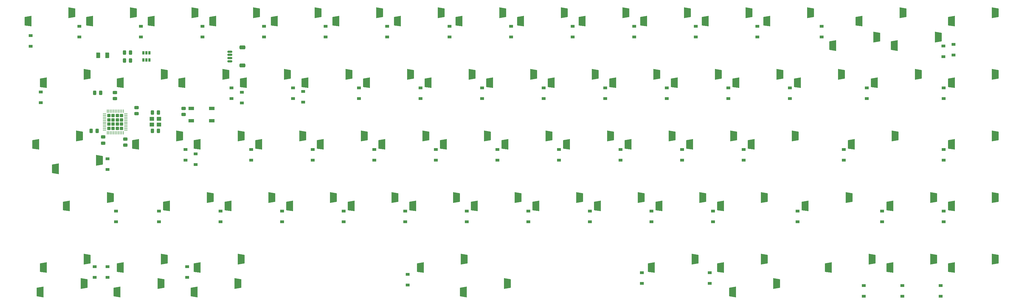
<source format=gbp>
G04 #@! TF.GenerationSoftware,KiCad,Pcbnew,(6.0.1)*
G04 #@! TF.CreationDate,2022-02-17T22:32:39-08:00*
G04 #@! TF.ProjectId,bakeneko-65-pcb,62616b65-6e65-46b6-9f2d-36352d706362,rev?*
G04 #@! TF.SameCoordinates,Original*
G04 #@! TF.FileFunction,Paste,Bot*
G04 #@! TF.FilePolarity,Positive*
%FSLAX46Y46*%
G04 Gerber Fmt 4.6, Leading zero omitted, Abs format (unit mm)*
G04 Created by KiCad (PCBNEW (6.0.1)) date 2022-02-17 22:32:39*
%MOMM*%
%LPD*%
G01*
G04 APERTURE LIST*
G04 Aperture macros list*
%AMRoundRect*
0 Rectangle with rounded corners*
0 $1 Rounding radius*
0 $2 $3 $4 $5 $6 $7 $8 $9 X,Y pos of 4 corners*
0 Add a 4 corners polygon primitive as box body*
4,1,4,$2,$3,$4,$5,$6,$7,$8,$9,$2,$3,0*
0 Add four circle primitives for the rounded corners*
1,1,$1+$1,$2,$3*
1,1,$1+$1,$4,$5*
1,1,$1+$1,$6,$7*
1,1,$1+$1,$8,$9*
0 Add four rect primitives between the rounded corners*
20,1,$1+$1,$2,$3,$4,$5,0*
20,1,$1+$1,$4,$5,$6,$7,0*
20,1,$1+$1,$6,$7,$8,$9,0*
20,1,$1+$1,$8,$9,$2,$3,0*%
G04 Aperture macros list end*
%ADD10C,0.100000*%
%ADD11RoundRect,0.250000X-0.375000X-0.625000X0.375000X-0.625000X0.375000X0.625000X-0.375000X0.625000X0*%
%ADD12RoundRect,0.150000X-0.625000X0.150000X-0.625000X-0.150000X0.625000X-0.150000X0.625000X0.150000X0*%
%ADD13RoundRect,0.250000X-0.650000X0.350000X-0.650000X-0.350000X0.650000X-0.350000X0.650000X0.350000X0*%
%ADD14RoundRect,0.243750X-0.243750X-0.456250X0.243750X-0.456250X0.243750X0.456250X-0.243750X0.456250X0*%
%ADD15R,1.700000X1.000000*%
%ADD16RoundRect,0.243750X0.243750X0.456250X-0.243750X0.456250X-0.243750X-0.456250X0.243750X-0.456250X0*%
%ADD17RoundRect,0.243750X0.456250X-0.243750X0.456250X0.243750X-0.456250X0.243750X-0.456250X-0.243750X0*%
%ADD18RoundRect,0.250000X-0.275000X0.275000X-0.275000X-0.275000X0.275000X-0.275000X0.275000X0.275000X0*%
%ADD19RoundRect,0.062500X-0.062500X0.475000X-0.062500X-0.475000X0.062500X-0.475000X0.062500X0.475000X0*%
%ADD20RoundRect,0.062500X-0.475000X0.062500X-0.475000X-0.062500X0.475000X-0.062500X0.475000X0.062500X0*%
%ADD21R,1.400000X1.200000*%
%ADD22RoundRect,0.243750X-0.456250X0.243750X-0.456250X-0.243750X0.456250X-0.243750X0.456250X0.243750X0*%
%ADD23R,1.200000X0.900000*%
%ADD24R,0.650000X1.060000*%
G04 APERTURE END LIST*
D10*
X14080000Y-5507500D02*
X16112000Y-5190000D01*
X16112000Y-5190000D02*
X16112000Y-2650000D01*
X16112000Y-2650000D02*
X14080000Y-2332500D01*
X14080000Y-2332500D02*
X14080000Y-5507500D01*
G36*
X16112000Y-2650000D02*
G01*
X16112000Y-5190000D01*
X14080000Y-5507500D01*
X14080000Y-2332500D01*
X16112000Y-2650000D01*
G37*
X16112000Y-2650000D02*
X16112000Y-5190000D01*
X14080000Y-5507500D01*
X14080000Y-2332500D01*
X16112000Y-2650000D01*
X2523000Y-4936000D02*
X491000Y-5253500D01*
X491000Y-5253500D02*
X491000Y-7793500D01*
X491000Y-7793500D02*
X2523000Y-8111000D01*
X2523000Y-8111000D02*
X2523000Y-4936000D01*
G36*
X2523000Y-8111000D02*
G01*
X491000Y-7793500D01*
X491000Y-5253500D01*
X2523000Y-4936000D01*
X2523000Y-8111000D01*
G37*
X2523000Y-8111000D02*
X491000Y-7793500D01*
X491000Y-5253500D01*
X2523000Y-4936000D01*
X2523000Y-8111000D01*
X21573000Y-4936000D02*
X19541000Y-5253500D01*
X19541000Y-5253500D02*
X19541000Y-7793500D01*
X19541000Y-7793500D02*
X21573000Y-8111000D01*
X21573000Y-8111000D02*
X21573000Y-4936000D01*
G36*
X21573000Y-8111000D02*
G01*
X19541000Y-7793500D01*
X19541000Y-5253500D01*
X21573000Y-4936000D01*
X21573000Y-8111000D01*
G37*
X21573000Y-8111000D02*
X19541000Y-7793500D01*
X19541000Y-5253500D01*
X21573000Y-4936000D01*
X21573000Y-8111000D01*
X33130000Y-5507500D02*
X35162000Y-5190000D01*
X35162000Y-5190000D02*
X35162000Y-2650000D01*
X35162000Y-2650000D02*
X33130000Y-2332500D01*
X33130000Y-2332500D02*
X33130000Y-5507500D01*
G36*
X35162000Y-2650000D02*
G01*
X35162000Y-5190000D01*
X33130000Y-5507500D01*
X33130000Y-2332500D01*
X35162000Y-2650000D01*
G37*
X35162000Y-2650000D02*
X35162000Y-5190000D01*
X33130000Y-5507500D01*
X33130000Y-2332500D01*
X35162000Y-2650000D01*
X52180000Y-5507500D02*
X54212000Y-5190000D01*
X54212000Y-5190000D02*
X54212000Y-2650000D01*
X54212000Y-2650000D02*
X52180000Y-2332500D01*
X52180000Y-2332500D02*
X52180000Y-5507500D01*
G36*
X54212000Y-2650000D02*
G01*
X54212000Y-5190000D01*
X52180000Y-5507500D01*
X52180000Y-2332500D01*
X54212000Y-2650000D01*
G37*
X54212000Y-2650000D02*
X54212000Y-5190000D01*
X52180000Y-5507500D01*
X52180000Y-2332500D01*
X54212000Y-2650000D01*
X40623000Y-4936000D02*
X38591000Y-5253500D01*
X38591000Y-5253500D02*
X38591000Y-7793500D01*
X38591000Y-7793500D02*
X40623000Y-8111000D01*
X40623000Y-8111000D02*
X40623000Y-4936000D01*
G36*
X40623000Y-8111000D02*
G01*
X38591000Y-7793500D01*
X38591000Y-5253500D01*
X40623000Y-4936000D01*
X40623000Y-8111000D01*
G37*
X40623000Y-8111000D02*
X38591000Y-7793500D01*
X38591000Y-5253500D01*
X40623000Y-4936000D01*
X40623000Y-8111000D01*
X71230000Y-5507500D02*
X73262000Y-5190000D01*
X73262000Y-5190000D02*
X73262000Y-2650000D01*
X73262000Y-2650000D02*
X71230000Y-2332500D01*
X71230000Y-2332500D02*
X71230000Y-5507500D01*
G36*
X73262000Y-2650000D02*
G01*
X73262000Y-5190000D01*
X71230000Y-5507500D01*
X71230000Y-2332500D01*
X73262000Y-2650000D01*
G37*
X73262000Y-2650000D02*
X73262000Y-5190000D01*
X71230000Y-5507500D01*
X71230000Y-2332500D01*
X73262000Y-2650000D01*
X59673000Y-4936000D02*
X57641000Y-5253500D01*
X57641000Y-5253500D02*
X57641000Y-7793500D01*
X57641000Y-7793500D02*
X59673000Y-8111000D01*
X59673000Y-8111000D02*
X59673000Y-4936000D01*
G36*
X59673000Y-8111000D02*
G01*
X57641000Y-7793500D01*
X57641000Y-5253500D01*
X59673000Y-4936000D01*
X59673000Y-8111000D01*
G37*
X59673000Y-8111000D02*
X57641000Y-7793500D01*
X57641000Y-5253500D01*
X59673000Y-4936000D01*
X59673000Y-8111000D01*
X78723000Y-4936000D02*
X76691000Y-5253500D01*
X76691000Y-5253500D02*
X76691000Y-7793500D01*
X76691000Y-7793500D02*
X78723000Y-8111000D01*
X78723000Y-8111000D02*
X78723000Y-4936000D01*
G36*
X78723000Y-8111000D02*
G01*
X76691000Y-7793500D01*
X76691000Y-5253500D01*
X78723000Y-4936000D01*
X78723000Y-8111000D01*
G37*
X78723000Y-8111000D02*
X76691000Y-7793500D01*
X76691000Y-5253500D01*
X78723000Y-4936000D01*
X78723000Y-8111000D01*
X90280000Y-5507500D02*
X92312000Y-5190000D01*
X92312000Y-5190000D02*
X92312000Y-2650000D01*
X92312000Y-2650000D02*
X90280000Y-2332500D01*
X90280000Y-2332500D02*
X90280000Y-5507500D01*
G36*
X92312000Y-2650000D02*
G01*
X92312000Y-5190000D01*
X90280000Y-5507500D01*
X90280000Y-2332500D01*
X92312000Y-2650000D01*
G37*
X92312000Y-2650000D02*
X92312000Y-5190000D01*
X90280000Y-5507500D01*
X90280000Y-2332500D01*
X92312000Y-2650000D01*
X109330000Y-5507500D02*
X111362000Y-5190000D01*
X111362000Y-5190000D02*
X111362000Y-2650000D01*
X111362000Y-2650000D02*
X109330000Y-2332500D01*
X109330000Y-2332500D02*
X109330000Y-5507500D01*
G36*
X111362000Y-2650000D02*
G01*
X111362000Y-5190000D01*
X109330000Y-5507500D01*
X109330000Y-2332500D01*
X111362000Y-2650000D01*
G37*
X111362000Y-2650000D02*
X111362000Y-5190000D01*
X109330000Y-5507500D01*
X109330000Y-2332500D01*
X111362000Y-2650000D01*
X97773000Y-4936000D02*
X95741000Y-5253500D01*
X95741000Y-5253500D02*
X95741000Y-7793500D01*
X95741000Y-7793500D02*
X97773000Y-8111000D01*
X97773000Y-8111000D02*
X97773000Y-4936000D01*
G36*
X97773000Y-8111000D02*
G01*
X95741000Y-7793500D01*
X95741000Y-5253500D01*
X97773000Y-4936000D01*
X97773000Y-8111000D01*
G37*
X97773000Y-8111000D02*
X95741000Y-7793500D01*
X95741000Y-5253500D01*
X97773000Y-4936000D01*
X97773000Y-8111000D01*
X128380000Y-5507500D02*
X130412000Y-5190000D01*
X130412000Y-5190000D02*
X130412000Y-2650000D01*
X130412000Y-2650000D02*
X128380000Y-2332500D01*
X128380000Y-2332500D02*
X128380000Y-5507500D01*
G36*
X130412000Y-2650000D02*
G01*
X130412000Y-5190000D01*
X128380000Y-5507500D01*
X128380000Y-2332500D01*
X130412000Y-2650000D01*
G37*
X130412000Y-2650000D02*
X130412000Y-5190000D01*
X128380000Y-5507500D01*
X128380000Y-2332500D01*
X130412000Y-2650000D01*
X116823000Y-4936000D02*
X114791000Y-5253500D01*
X114791000Y-5253500D02*
X114791000Y-7793500D01*
X114791000Y-7793500D02*
X116823000Y-8111000D01*
X116823000Y-8111000D02*
X116823000Y-4936000D01*
G36*
X116823000Y-8111000D02*
G01*
X114791000Y-7793500D01*
X114791000Y-5253500D01*
X116823000Y-4936000D01*
X116823000Y-8111000D01*
G37*
X116823000Y-8111000D02*
X114791000Y-7793500D01*
X114791000Y-5253500D01*
X116823000Y-4936000D01*
X116823000Y-8111000D01*
X166480000Y-5507500D02*
X168512000Y-5190000D01*
X168512000Y-5190000D02*
X168512000Y-2650000D01*
X168512000Y-2650000D02*
X166480000Y-2332500D01*
X166480000Y-2332500D02*
X166480000Y-5507500D01*
G36*
X168512000Y-2650000D02*
G01*
X168512000Y-5190000D01*
X166480000Y-5507500D01*
X166480000Y-2332500D01*
X168512000Y-2650000D01*
G37*
X168512000Y-2650000D02*
X168512000Y-5190000D01*
X166480000Y-5507500D01*
X166480000Y-2332500D01*
X168512000Y-2650000D01*
X154923000Y-4936000D02*
X152891000Y-5253500D01*
X152891000Y-5253500D02*
X152891000Y-7793500D01*
X152891000Y-7793500D02*
X154923000Y-8111000D01*
X154923000Y-8111000D02*
X154923000Y-4936000D01*
G36*
X154923000Y-8111000D02*
G01*
X152891000Y-7793500D01*
X152891000Y-5253500D01*
X154923000Y-4936000D01*
X154923000Y-8111000D01*
G37*
X154923000Y-8111000D02*
X152891000Y-7793500D01*
X152891000Y-5253500D01*
X154923000Y-4936000D01*
X154923000Y-8111000D01*
X173973000Y-4936000D02*
X171941000Y-5253500D01*
X171941000Y-5253500D02*
X171941000Y-7793500D01*
X171941000Y-7793500D02*
X173973000Y-8111000D01*
X173973000Y-8111000D02*
X173973000Y-4936000D01*
G36*
X173973000Y-8111000D02*
G01*
X171941000Y-7793500D01*
X171941000Y-5253500D01*
X173973000Y-4936000D01*
X173973000Y-8111000D01*
G37*
X173973000Y-8111000D02*
X171941000Y-7793500D01*
X171941000Y-5253500D01*
X173973000Y-4936000D01*
X173973000Y-8111000D01*
X185530000Y-5507500D02*
X187562000Y-5190000D01*
X187562000Y-5190000D02*
X187562000Y-2650000D01*
X187562000Y-2650000D02*
X185530000Y-2332500D01*
X185530000Y-2332500D02*
X185530000Y-5507500D01*
G36*
X187562000Y-2650000D02*
G01*
X187562000Y-5190000D01*
X185530000Y-5507500D01*
X185530000Y-2332500D01*
X187562000Y-2650000D01*
G37*
X187562000Y-2650000D02*
X187562000Y-5190000D01*
X185530000Y-5507500D01*
X185530000Y-2332500D01*
X187562000Y-2650000D01*
X193023000Y-4936000D02*
X190991000Y-5253500D01*
X190991000Y-5253500D02*
X190991000Y-7793500D01*
X190991000Y-7793500D02*
X193023000Y-8111000D01*
X193023000Y-8111000D02*
X193023000Y-4936000D01*
G36*
X193023000Y-8111000D02*
G01*
X190991000Y-7793500D01*
X190991000Y-5253500D01*
X193023000Y-4936000D01*
X193023000Y-8111000D01*
G37*
X193023000Y-8111000D02*
X190991000Y-7793500D01*
X190991000Y-5253500D01*
X193023000Y-4936000D01*
X193023000Y-8111000D01*
X204580000Y-5507500D02*
X206612000Y-5190000D01*
X206612000Y-5190000D02*
X206612000Y-2650000D01*
X206612000Y-2650000D02*
X204580000Y-2332500D01*
X204580000Y-2332500D02*
X204580000Y-5507500D01*
G36*
X206612000Y-2650000D02*
G01*
X206612000Y-5190000D01*
X204580000Y-5507500D01*
X204580000Y-2332500D01*
X206612000Y-2650000D01*
G37*
X206612000Y-2650000D02*
X206612000Y-5190000D01*
X204580000Y-5507500D01*
X204580000Y-2332500D01*
X206612000Y-2650000D01*
X223630000Y-5507500D02*
X225662000Y-5190000D01*
X225662000Y-5190000D02*
X225662000Y-2650000D01*
X225662000Y-2650000D02*
X223630000Y-2332500D01*
X223630000Y-2332500D02*
X223630000Y-5507500D01*
G36*
X225662000Y-2650000D02*
G01*
X225662000Y-5190000D01*
X223630000Y-5507500D01*
X223630000Y-2332500D01*
X225662000Y-2650000D01*
G37*
X225662000Y-2650000D02*
X225662000Y-5190000D01*
X223630000Y-5507500D01*
X223630000Y-2332500D01*
X225662000Y-2650000D01*
X212073000Y-4936000D02*
X210041000Y-5253500D01*
X210041000Y-5253500D02*
X210041000Y-7793500D01*
X210041000Y-7793500D02*
X212073000Y-8111000D01*
X212073000Y-8111000D02*
X212073000Y-4936000D01*
G36*
X212073000Y-8111000D02*
G01*
X210041000Y-7793500D01*
X210041000Y-5253500D01*
X212073000Y-4936000D01*
X212073000Y-8111000D01*
G37*
X212073000Y-8111000D02*
X210041000Y-7793500D01*
X210041000Y-5253500D01*
X212073000Y-4936000D01*
X212073000Y-8111000D01*
X242680000Y-5507500D02*
X244712000Y-5190000D01*
X244712000Y-5190000D02*
X244712000Y-2650000D01*
X244712000Y-2650000D02*
X242680000Y-2332500D01*
X242680000Y-2332500D02*
X242680000Y-5507500D01*
G36*
X244712000Y-2650000D02*
G01*
X244712000Y-5190000D01*
X242680000Y-5507500D01*
X242680000Y-2332500D01*
X244712000Y-2650000D01*
G37*
X244712000Y-2650000D02*
X244712000Y-5190000D01*
X242680000Y-5507500D01*
X242680000Y-2332500D01*
X244712000Y-2650000D01*
X231123000Y-4936000D02*
X229091000Y-5253500D01*
X229091000Y-5253500D02*
X229091000Y-7793500D01*
X229091000Y-7793500D02*
X231123000Y-8111000D01*
X231123000Y-8111000D02*
X231123000Y-4936000D01*
G36*
X231123000Y-8111000D02*
G01*
X229091000Y-7793500D01*
X229091000Y-5253500D01*
X231123000Y-4936000D01*
X231123000Y-8111000D01*
G37*
X231123000Y-8111000D02*
X229091000Y-7793500D01*
X229091000Y-5253500D01*
X231123000Y-4936000D01*
X231123000Y-8111000D01*
X251570000Y-12492500D02*
X249538000Y-12810000D01*
X249538000Y-12810000D02*
X249538000Y-15350000D01*
X249538000Y-15350000D02*
X251570000Y-15667500D01*
X251570000Y-15667500D02*
X251570000Y-12492500D01*
G36*
X251570000Y-15667500D02*
G01*
X249538000Y-15350000D01*
X249538000Y-12810000D01*
X251570000Y-12492500D01*
X251570000Y-15667500D01*
G37*
X251570000Y-15667500D02*
X249538000Y-15350000D01*
X249538000Y-12810000D01*
X251570000Y-12492500D01*
X251570000Y-15667500D01*
X263127000Y-13064000D02*
X265159000Y-12746500D01*
X265159000Y-12746500D02*
X265159000Y-10206500D01*
X265159000Y-10206500D02*
X263127000Y-9889000D01*
X263127000Y-9889000D02*
X263127000Y-13064000D01*
G36*
X265159000Y-10206500D02*
G01*
X265159000Y-12746500D01*
X263127000Y-13064000D01*
X263127000Y-9889000D01*
X265159000Y-10206500D01*
G37*
X265159000Y-10206500D02*
X265159000Y-12746500D01*
X263127000Y-13064000D01*
X263127000Y-9889000D01*
X265159000Y-10206500D01*
X271255000Y-5507500D02*
X273287000Y-5190000D01*
X273287000Y-5190000D02*
X273287000Y-2650000D01*
X273287000Y-2650000D02*
X271255000Y-2332500D01*
X271255000Y-2332500D02*
X271255000Y-5507500D01*
G36*
X273287000Y-2650000D02*
G01*
X273287000Y-5190000D01*
X271255000Y-5507500D01*
X271255000Y-2332500D01*
X273287000Y-2650000D01*
G37*
X273287000Y-2650000D02*
X273287000Y-5190000D01*
X271255000Y-5507500D01*
X271255000Y-2332500D01*
X273287000Y-2650000D01*
X259698000Y-4936000D02*
X257666000Y-5253500D01*
X257666000Y-5253500D02*
X257666000Y-7793500D01*
X257666000Y-7793500D02*
X259698000Y-8111000D01*
X259698000Y-8111000D02*
X259698000Y-4936000D01*
G36*
X259698000Y-8111000D02*
G01*
X257666000Y-7793500D01*
X257666000Y-5253500D01*
X259698000Y-4936000D01*
X259698000Y-8111000D01*
G37*
X259698000Y-8111000D02*
X257666000Y-7793500D01*
X257666000Y-5253500D01*
X259698000Y-4936000D01*
X259698000Y-8111000D01*
X18842500Y-24557500D02*
X20874500Y-24240000D01*
X20874500Y-24240000D02*
X20874500Y-21700000D01*
X20874500Y-21700000D02*
X18842500Y-21382500D01*
X18842500Y-21382500D02*
X18842500Y-24557500D01*
G36*
X20874500Y-21700000D02*
G01*
X20874500Y-24240000D01*
X18842500Y-24557500D01*
X18842500Y-21382500D01*
X20874500Y-21700000D01*
G37*
X20874500Y-21700000D02*
X20874500Y-24240000D01*
X18842500Y-24557500D01*
X18842500Y-21382500D01*
X20874500Y-21700000D01*
X7285500Y-23986000D02*
X5253500Y-24303500D01*
X5253500Y-24303500D02*
X5253500Y-26843500D01*
X5253500Y-26843500D02*
X7285500Y-27161000D01*
X7285500Y-27161000D02*
X7285500Y-23986000D01*
G36*
X7285500Y-27161000D02*
G01*
X5253500Y-26843500D01*
X5253500Y-24303500D01*
X7285500Y-23986000D01*
X7285500Y-27161000D01*
G37*
X7285500Y-27161000D02*
X5253500Y-26843500D01*
X5253500Y-24303500D01*
X7285500Y-23986000D01*
X7285500Y-27161000D01*
X31098000Y-23986000D02*
X29066000Y-24303500D01*
X29066000Y-24303500D02*
X29066000Y-26843500D01*
X29066000Y-26843500D02*
X31098000Y-27161000D01*
X31098000Y-27161000D02*
X31098000Y-23986000D01*
G36*
X31098000Y-27161000D02*
G01*
X29066000Y-26843500D01*
X29066000Y-24303500D01*
X31098000Y-23986000D01*
X31098000Y-27161000D01*
G37*
X31098000Y-27161000D02*
X29066000Y-26843500D01*
X29066000Y-24303500D01*
X31098000Y-23986000D01*
X31098000Y-27161000D01*
X42655000Y-24557500D02*
X44687000Y-24240000D01*
X44687000Y-24240000D02*
X44687000Y-21700000D01*
X44687000Y-21700000D02*
X42655000Y-21382500D01*
X42655000Y-21382500D02*
X42655000Y-24557500D01*
G36*
X44687000Y-21700000D02*
G01*
X44687000Y-24240000D01*
X42655000Y-24557500D01*
X42655000Y-21382500D01*
X44687000Y-21700000D01*
G37*
X44687000Y-21700000D02*
X44687000Y-24240000D01*
X42655000Y-24557500D01*
X42655000Y-21382500D01*
X44687000Y-21700000D01*
X50148000Y-23986000D02*
X48116000Y-24303500D01*
X48116000Y-24303500D02*
X48116000Y-26843500D01*
X48116000Y-26843500D02*
X50148000Y-27161000D01*
X50148000Y-27161000D02*
X50148000Y-23986000D01*
G36*
X50148000Y-27161000D02*
G01*
X48116000Y-26843500D01*
X48116000Y-24303500D01*
X50148000Y-23986000D01*
X50148000Y-27161000D01*
G37*
X50148000Y-27161000D02*
X48116000Y-26843500D01*
X48116000Y-24303500D01*
X50148000Y-23986000D01*
X50148000Y-27161000D01*
X61705000Y-24557500D02*
X63737000Y-24240000D01*
X63737000Y-24240000D02*
X63737000Y-21700000D01*
X63737000Y-21700000D02*
X61705000Y-21382500D01*
X61705000Y-21382500D02*
X61705000Y-24557500D01*
G36*
X63737000Y-21700000D02*
G01*
X63737000Y-24240000D01*
X61705000Y-24557500D01*
X61705000Y-21382500D01*
X63737000Y-21700000D01*
G37*
X63737000Y-21700000D02*
X63737000Y-24240000D01*
X61705000Y-24557500D01*
X61705000Y-21382500D01*
X63737000Y-21700000D01*
X69198000Y-23986000D02*
X67166000Y-24303500D01*
X67166000Y-24303500D02*
X67166000Y-26843500D01*
X67166000Y-26843500D02*
X69198000Y-27161000D01*
X69198000Y-27161000D02*
X69198000Y-23986000D01*
G36*
X69198000Y-27161000D02*
G01*
X67166000Y-26843500D01*
X67166000Y-24303500D01*
X69198000Y-23986000D01*
X69198000Y-27161000D01*
G37*
X69198000Y-27161000D02*
X67166000Y-26843500D01*
X67166000Y-24303500D01*
X69198000Y-23986000D01*
X69198000Y-27161000D01*
X80755000Y-24557500D02*
X82787000Y-24240000D01*
X82787000Y-24240000D02*
X82787000Y-21700000D01*
X82787000Y-21700000D02*
X80755000Y-21382500D01*
X80755000Y-21382500D02*
X80755000Y-24557500D01*
G36*
X82787000Y-21700000D02*
G01*
X82787000Y-24240000D01*
X80755000Y-24557500D01*
X80755000Y-21382500D01*
X82787000Y-21700000D01*
G37*
X82787000Y-21700000D02*
X82787000Y-24240000D01*
X80755000Y-24557500D01*
X80755000Y-21382500D01*
X82787000Y-21700000D01*
X99805000Y-24557500D02*
X101837000Y-24240000D01*
X101837000Y-24240000D02*
X101837000Y-21700000D01*
X101837000Y-21700000D02*
X99805000Y-21382500D01*
X99805000Y-21382500D02*
X99805000Y-24557500D01*
G36*
X101837000Y-21700000D02*
G01*
X101837000Y-24240000D01*
X99805000Y-24557500D01*
X99805000Y-21382500D01*
X101837000Y-21700000D01*
G37*
X101837000Y-21700000D02*
X101837000Y-24240000D01*
X99805000Y-24557500D01*
X99805000Y-21382500D01*
X101837000Y-21700000D01*
X88248000Y-23986000D02*
X86216000Y-24303500D01*
X86216000Y-24303500D02*
X86216000Y-26843500D01*
X86216000Y-26843500D02*
X88248000Y-27161000D01*
X88248000Y-27161000D02*
X88248000Y-23986000D01*
G36*
X88248000Y-27161000D02*
G01*
X86216000Y-26843500D01*
X86216000Y-24303500D01*
X88248000Y-23986000D01*
X88248000Y-27161000D01*
G37*
X88248000Y-27161000D02*
X86216000Y-26843500D01*
X86216000Y-24303500D01*
X88248000Y-23986000D01*
X88248000Y-27161000D01*
X107298000Y-23986000D02*
X105266000Y-24303500D01*
X105266000Y-24303500D02*
X105266000Y-26843500D01*
X105266000Y-26843500D02*
X107298000Y-27161000D01*
X107298000Y-27161000D02*
X107298000Y-23986000D01*
G36*
X107298000Y-27161000D02*
G01*
X105266000Y-26843500D01*
X105266000Y-24303500D01*
X107298000Y-23986000D01*
X107298000Y-27161000D01*
G37*
X107298000Y-27161000D02*
X105266000Y-26843500D01*
X105266000Y-24303500D01*
X107298000Y-23986000D01*
X107298000Y-27161000D01*
X118855000Y-24557500D02*
X120887000Y-24240000D01*
X120887000Y-24240000D02*
X120887000Y-21700000D01*
X120887000Y-21700000D02*
X118855000Y-21382500D01*
X118855000Y-21382500D02*
X118855000Y-24557500D01*
G36*
X120887000Y-21700000D02*
G01*
X120887000Y-24240000D01*
X118855000Y-24557500D01*
X118855000Y-21382500D01*
X120887000Y-21700000D01*
G37*
X120887000Y-21700000D02*
X120887000Y-24240000D01*
X118855000Y-24557500D01*
X118855000Y-21382500D01*
X120887000Y-21700000D01*
X137905000Y-24557500D02*
X139937000Y-24240000D01*
X139937000Y-24240000D02*
X139937000Y-21700000D01*
X139937000Y-21700000D02*
X137905000Y-21382500D01*
X137905000Y-21382500D02*
X137905000Y-24557500D01*
G36*
X139937000Y-21700000D02*
G01*
X139937000Y-24240000D01*
X137905000Y-24557500D01*
X137905000Y-21382500D01*
X139937000Y-21700000D01*
G37*
X139937000Y-21700000D02*
X139937000Y-24240000D01*
X137905000Y-24557500D01*
X137905000Y-21382500D01*
X139937000Y-21700000D01*
X126348000Y-23986000D02*
X124316000Y-24303500D01*
X124316000Y-24303500D02*
X124316000Y-26843500D01*
X124316000Y-26843500D02*
X126348000Y-27161000D01*
X126348000Y-27161000D02*
X126348000Y-23986000D01*
G36*
X126348000Y-27161000D02*
G01*
X124316000Y-26843500D01*
X124316000Y-24303500D01*
X126348000Y-23986000D01*
X126348000Y-27161000D01*
G37*
X126348000Y-27161000D02*
X124316000Y-26843500D01*
X124316000Y-24303500D01*
X126348000Y-23986000D01*
X126348000Y-27161000D01*
X156955000Y-24557500D02*
X158987000Y-24240000D01*
X158987000Y-24240000D02*
X158987000Y-21700000D01*
X158987000Y-21700000D02*
X156955000Y-21382500D01*
X156955000Y-21382500D02*
X156955000Y-24557500D01*
G36*
X158987000Y-21700000D02*
G01*
X158987000Y-24240000D01*
X156955000Y-24557500D01*
X156955000Y-21382500D01*
X158987000Y-21700000D01*
G37*
X158987000Y-21700000D02*
X158987000Y-24240000D01*
X156955000Y-24557500D01*
X156955000Y-21382500D01*
X158987000Y-21700000D01*
X145398000Y-23986000D02*
X143366000Y-24303500D01*
X143366000Y-24303500D02*
X143366000Y-26843500D01*
X143366000Y-26843500D02*
X145398000Y-27161000D01*
X145398000Y-27161000D02*
X145398000Y-23986000D01*
G36*
X145398000Y-27161000D02*
G01*
X143366000Y-26843500D01*
X143366000Y-24303500D01*
X145398000Y-23986000D01*
X145398000Y-27161000D01*
G37*
X145398000Y-27161000D02*
X143366000Y-26843500D01*
X143366000Y-24303500D01*
X145398000Y-23986000D01*
X145398000Y-27161000D01*
X176005000Y-24557500D02*
X178037000Y-24240000D01*
X178037000Y-24240000D02*
X178037000Y-21700000D01*
X178037000Y-21700000D02*
X176005000Y-21382500D01*
X176005000Y-21382500D02*
X176005000Y-24557500D01*
G36*
X178037000Y-21700000D02*
G01*
X178037000Y-24240000D01*
X176005000Y-24557500D01*
X176005000Y-21382500D01*
X178037000Y-21700000D01*
G37*
X178037000Y-21700000D02*
X178037000Y-24240000D01*
X176005000Y-24557500D01*
X176005000Y-21382500D01*
X178037000Y-21700000D01*
X164448000Y-23986000D02*
X162416000Y-24303500D01*
X162416000Y-24303500D02*
X162416000Y-26843500D01*
X162416000Y-26843500D02*
X164448000Y-27161000D01*
X164448000Y-27161000D02*
X164448000Y-23986000D01*
G36*
X164448000Y-27161000D02*
G01*
X162416000Y-26843500D01*
X162416000Y-24303500D01*
X164448000Y-23986000D01*
X164448000Y-27161000D01*
G37*
X164448000Y-27161000D02*
X162416000Y-26843500D01*
X162416000Y-24303500D01*
X164448000Y-23986000D01*
X164448000Y-27161000D01*
X183498000Y-23986000D02*
X181466000Y-24303500D01*
X181466000Y-24303500D02*
X181466000Y-26843500D01*
X181466000Y-26843500D02*
X183498000Y-27161000D01*
X183498000Y-27161000D02*
X183498000Y-23986000D01*
G36*
X183498000Y-27161000D02*
G01*
X181466000Y-26843500D01*
X181466000Y-24303500D01*
X183498000Y-23986000D01*
X183498000Y-27161000D01*
G37*
X183498000Y-27161000D02*
X181466000Y-26843500D01*
X181466000Y-24303500D01*
X183498000Y-23986000D01*
X183498000Y-27161000D01*
X195055000Y-24557500D02*
X197087000Y-24240000D01*
X197087000Y-24240000D02*
X197087000Y-21700000D01*
X197087000Y-21700000D02*
X195055000Y-21382500D01*
X195055000Y-21382500D02*
X195055000Y-24557500D01*
G36*
X197087000Y-21700000D02*
G01*
X197087000Y-24240000D01*
X195055000Y-24557500D01*
X195055000Y-21382500D01*
X197087000Y-21700000D01*
G37*
X197087000Y-21700000D02*
X197087000Y-24240000D01*
X195055000Y-24557500D01*
X195055000Y-21382500D01*
X197087000Y-21700000D01*
X214105000Y-24557500D02*
X216137000Y-24240000D01*
X216137000Y-24240000D02*
X216137000Y-21700000D01*
X216137000Y-21700000D02*
X214105000Y-21382500D01*
X214105000Y-21382500D02*
X214105000Y-24557500D01*
G36*
X216137000Y-21700000D02*
G01*
X216137000Y-24240000D01*
X214105000Y-24557500D01*
X214105000Y-21382500D01*
X216137000Y-21700000D01*
G37*
X216137000Y-21700000D02*
X216137000Y-24240000D01*
X214105000Y-24557500D01*
X214105000Y-21382500D01*
X216137000Y-21700000D01*
X202548000Y-23986000D02*
X200516000Y-24303500D01*
X200516000Y-24303500D02*
X200516000Y-26843500D01*
X200516000Y-26843500D02*
X202548000Y-27161000D01*
X202548000Y-27161000D02*
X202548000Y-23986000D01*
G36*
X202548000Y-27161000D02*
G01*
X200516000Y-26843500D01*
X200516000Y-24303500D01*
X202548000Y-23986000D01*
X202548000Y-27161000D01*
G37*
X202548000Y-27161000D02*
X200516000Y-26843500D01*
X200516000Y-24303500D01*
X202548000Y-23986000D01*
X202548000Y-27161000D01*
X233155000Y-24557500D02*
X235187000Y-24240000D01*
X235187000Y-24240000D02*
X235187000Y-21700000D01*
X235187000Y-21700000D02*
X233155000Y-21382500D01*
X233155000Y-21382500D02*
X233155000Y-24557500D01*
G36*
X235187000Y-21700000D02*
G01*
X235187000Y-24240000D01*
X233155000Y-24557500D01*
X233155000Y-21382500D01*
X235187000Y-21700000D01*
G37*
X235187000Y-21700000D02*
X235187000Y-24240000D01*
X233155000Y-24557500D01*
X233155000Y-21382500D01*
X235187000Y-21700000D01*
X221598000Y-23986000D02*
X219566000Y-24303500D01*
X219566000Y-24303500D02*
X219566000Y-26843500D01*
X219566000Y-26843500D02*
X221598000Y-27161000D01*
X221598000Y-27161000D02*
X221598000Y-23986000D01*
G36*
X221598000Y-27161000D02*
G01*
X219566000Y-26843500D01*
X219566000Y-24303500D01*
X221598000Y-23986000D01*
X221598000Y-27161000D01*
G37*
X221598000Y-27161000D02*
X219566000Y-26843500D01*
X219566000Y-24303500D01*
X221598000Y-23986000D01*
X221598000Y-27161000D01*
X240648000Y-23986000D02*
X238616000Y-24303500D01*
X238616000Y-24303500D02*
X238616000Y-26843500D01*
X238616000Y-26843500D02*
X240648000Y-27161000D01*
X240648000Y-27161000D02*
X240648000Y-23986000D01*
G36*
X240648000Y-27161000D02*
G01*
X238616000Y-26843500D01*
X238616000Y-24303500D01*
X240648000Y-23986000D01*
X240648000Y-27161000D01*
G37*
X240648000Y-27161000D02*
X238616000Y-26843500D01*
X238616000Y-24303500D01*
X240648000Y-23986000D01*
X240648000Y-27161000D01*
X252205000Y-24557500D02*
X254237000Y-24240000D01*
X254237000Y-24240000D02*
X254237000Y-21700000D01*
X254237000Y-21700000D02*
X252205000Y-21382500D01*
X252205000Y-21382500D02*
X252205000Y-24557500D01*
G36*
X254237000Y-21700000D02*
G01*
X254237000Y-24240000D01*
X252205000Y-24557500D01*
X252205000Y-21382500D01*
X254237000Y-21700000D01*
G37*
X254237000Y-21700000D02*
X254237000Y-24240000D01*
X252205000Y-24557500D01*
X252205000Y-21382500D01*
X254237000Y-21700000D01*
X264460500Y-23986000D02*
X262428500Y-24303500D01*
X262428500Y-24303500D02*
X262428500Y-26843500D01*
X262428500Y-26843500D02*
X264460500Y-27161000D01*
X264460500Y-27161000D02*
X264460500Y-23986000D01*
G36*
X264460500Y-27161000D02*
G01*
X262428500Y-26843500D01*
X262428500Y-24303500D01*
X264460500Y-23986000D01*
X264460500Y-27161000D01*
G37*
X264460500Y-27161000D02*
X262428500Y-26843500D01*
X262428500Y-24303500D01*
X264460500Y-23986000D01*
X264460500Y-27161000D01*
X276017500Y-24557500D02*
X278049500Y-24240000D01*
X278049500Y-24240000D02*
X278049500Y-21700000D01*
X278049500Y-21700000D02*
X276017500Y-21382500D01*
X276017500Y-21382500D02*
X276017500Y-24557500D01*
G36*
X278049500Y-21700000D02*
G01*
X278049500Y-24240000D01*
X276017500Y-24557500D01*
X276017500Y-21382500D01*
X278049500Y-21700000D01*
G37*
X278049500Y-21700000D02*
X278049500Y-24240000D01*
X276017500Y-24557500D01*
X276017500Y-21382500D01*
X278049500Y-21700000D01*
X288273000Y-23986000D02*
X286241000Y-24303500D01*
X286241000Y-24303500D02*
X286241000Y-26843500D01*
X286241000Y-26843500D02*
X288273000Y-27161000D01*
X288273000Y-27161000D02*
X288273000Y-23986000D01*
G36*
X288273000Y-27161000D02*
G01*
X286241000Y-26843500D01*
X286241000Y-24303500D01*
X288273000Y-23986000D01*
X288273000Y-27161000D01*
G37*
X288273000Y-27161000D02*
X286241000Y-26843500D01*
X286241000Y-24303500D01*
X288273000Y-23986000D01*
X288273000Y-27161000D01*
X299830000Y-24557500D02*
X301862000Y-24240000D01*
X301862000Y-24240000D02*
X301862000Y-21700000D01*
X301862000Y-21700000D02*
X299830000Y-21382500D01*
X299830000Y-21382500D02*
X299830000Y-24557500D01*
G36*
X301862000Y-21700000D02*
G01*
X301862000Y-24240000D01*
X299830000Y-24557500D01*
X299830000Y-21382500D01*
X301862000Y-21700000D01*
G37*
X301862000Y-21700000D02*
X301862000Y-24240000D01*
X299830000Y-24557500D01*
X299830000Y-21382500D01*
X301862000Y-21700000D01*
X16461250Y-43607500D02*
X18493250Y-43290000D01*
X18493250Y-43290000D02*
X18493250Y-40750000D01*
X18493250Y-40750000D02*
X16461250Y-40432500D01*
X16461250Y-40432500D02*
X16461250Y-43607500D01*
G36*
X18493250Y-40750000D02*
G01*
X18493250Y-43290000D01*
X16461250Y-43607500D01*
X16461250Y-40432500D01*
X18493250Y-40750000D01*
G37*
X18493250Y-40750000D02*
X18493250Y-43290000D01*
X16461250Y-43607500D01*
X16461250Y-40432500D01*
X18493250Y-40750000D01*
X4904250Y-43036000D02*
X2872250Y-43353500D01*
X2872250Y-43353500D02*
X2872250Y-45893500D01*
X2872250Y-45893500D02*
X4904250Y-46211000D01*
X4904250Y-46211000D02*
X4904250Y-43036000D01*
G36*
X4904250Y-46211000D02*
G01*
X2872250Y-45893500D01*
X2872250Y-43353500D01*
X4904250Y-43036000D01*
X4904250Y-46211000D01*
G37*
X4904250Y-46211000D02*
X2872250Y-45893500D01*
X2872250Y-43353500D01*
X4904250Y-43036000D01*
X4904250Y-46211000D01*
X22620750Y-51164000D02*
X24652750Y-50846500D01*
X24652750Y-50846500D02*
X24652750Y-48306500D01*
X24652750Y-48306500D02*
X22620750Y-47989000D01*
X22620750Y-47989000D02*
X22620750Y-51164000D01*
G36*
X24652750Y-48306500D02*
G01*
X24652750Y-50846500D01*
X22620750Y-51164000D01*
X22620750Y-47989000D01*
X24652750Y-48306500D01*
G37*
X24652750Y-48306500D02*
X24652750Y-50846500D01*
X22620750Y-51164000D01*
X22620750Y-47989000D01*
X24652750Y-48306500D01*
X11063750Y-50592500D02*
X9031750Y-50910000D01*
X9031750Y-50910000D02*
X9031750Y-53450000D01*
X9031750Y-53450000D02*
X11063750Y-53767500D01*
X11063750Y-53767500D02*
X11063750Y-50592500D01*
G36*
X11063750Y-53767500D02*
G01*
X9031750Y-53450000D01*
X9031750Y-50910000D01*
X11063750Y-50592500D01*
X11063750Y-53767500D01*
G37*
X11063750Y-53767500D02*
X9031750Y-53450000D01*
X9031750Y-50910000D01*
X11063750Y-50592500D01*
X11063750Y-53767500D01*
X35860500Y-43036000D02*
X33828500Y-43353500D01*
X33828500Y-43353500D02*
X33828500Y-45893500D01*
X33828500Y-45893500D02*
X35860500Y-46211000D01*
X35860500Y-46211000D02*
X35860500Y-43036000D01*
G36*
X35860500Y-46211000D02*
G01*
X33828500Y-45893500D01*
X33828500Y-43353500D01*
X35860500Y-43036000D01*
X35860500Y-46211000D01*
G37*
X35860500Y-46211000D02*
X33828500Y-45893500D01*
X33828500Y-43353500D01*
X35860500Y-43036000D01*
X35860500Y-46211000D01*
X47417500Y-43607500D02*
X49449500Y-43290000D01*
X49449500Y-43290000D02*
X49449500Y-40750000D01*
X49449500Y-40750000D02*
X47417500Y-40432500D01*
X47417500Y-40432500D02*
X47417500Y-43607500D01*
G36*
X49449500Y-40750000D02*
G01*
X49449500Y-43290000D01*
X47417500Y-43607500D01*
X47417500Y-40432500D01*
X49449500Y-40750000D01*
G37*
X49449500Y-40750000D02*
X49449500Y-43290000D01*
X47417500Y-43607500D01*
X47417500Y-40432500D01*
X49449500Y-40750000D01*
X54910500Y-43036000D02*
X52878500Y-43353500D01*
X52878500Y-43353500D02*
X52878500Y-45893500D01*
X52878500Y-45893500D02*
X54910500Y-46211000D01*
X54910500Y-46211000D02*
X54910500Y-43036000D01*
G36*
X54910500Y-46211000D02*
G01*
X52878500Y-45893500D01*
X52878500Y-43353500D01*
X54910500Y-43036000D01*
X54910500Y-46211000D01*
G37*
X54910500Y-46211000D02*
X52878500Y-45893500D01*
X52878500Y-43353500D01*
X54910500Y-43036000D01*
X54910500Y-46211000D01*
X66467500Y-43607500D02*
X68499500Y-43290000D01*
X68499500Y-43290000D02*
X68499500Y-40750000D01*
X68499500Y-40750000D02*
X66467500Y-40432500D01*
X66467500Y-40432500D02*
X66467500Y-43607500D01*
G36*
X68499500Y-40750000D02*
G01*
X68499500Y-43290000D01*
X66467500Y-43607500D01*
X66467500Y-40432500D01*
X68499500Y-40750000D01*
G37*
X68499500Y-40750000D02*
X68499500Y-43290000D01*
X66467500Y-43607500D01*
X66467500Y-40432500D01*
X68499500Y-40750000D01*
X85517500Y-43607500D02*
X87549500Y-43290000D01*
X87549500Y-43290000D02*
X87549500Y-40750000D01*
X87549500Y-40750000D02*
X85517500Y-40432500D01*
X85517500Y-40432500D02*
X85517500Y-43607500D01*
G36*
X87549500Y-40750000D02*
G01*
X87549500Y-43290000D01*
X85517500Y-43607500D01*
X85517500Y-40432500D01*
X87549500Y-40750000D01*
G37*
X87549500Y-40750000D02*
X87549500Y-43290000D01*
X85517500Y-43607500D01*
X85517500Y-40432500D01*
X87549500Y-40750000D01*
X73960500Y-43036000D02*
X71928500Y-43353500D01*
X71928500Y-43353500D02*
X71928500Y-45893500D01*
X71928500Y-45893500D02*
X73960500Y-46211000D01*
X73960500Y-46211000D02*
X73960500Y-43036000D01*
G36*
X73960500Y-46211000D02*
G01*
X71928500Y-45893500D01*
X71928500Y-43353500D01*
X73960500Y-43036000D01*
X73960500Y-46211000D01*
G37*
X73960500Y-46211000D02*
X71928500Y-45893500D01*
X71928500Y-43353500D01*
X73960500Y-43036000D01*
X73960500Y-46211000D01*
X93010500Y-43036000D02*
X90978500Y-43353500D01*
X90978500Y-43353500D02*
X90978500Y-45893500D01*
X90978500Y-45893500D02*
X93010500Y-46211000D01*
X93010500Y-46211000D02*
X93010500Y-43036000D01*
G36*
X93010500Y-46211000D02*
G01*
X90978500Y-45893500D01*
X90978500Y-43353500D01*
X93010500Y-43036000D01*
X93010500Y-46211000D01*
G37*
X93010500Y-46211000D02*
X90978500Y-45893500D01*
X90978500Y-43353500D01*
X93010500Y-43036000D01*
X93010500Y-46211000D01*
X104567500Y-43607500D02*
X106599500Y-43290000D01*
X106599500Y-43290000D02*
X106599500Y-40750000D01*
X106599500Y-40750000D02*
X104567500Y-40432500D01*
X104567500Y-40432500D02*
X104567500Y-43607500D01*
G36*
X106599500Y-40750000D02*
G01*
X106599500Y-43290000D01*
X104567500Y-43607500D01*
X104567500Y-40432500D01*
X106599500Y-40750000D01*
G37*
X106599500Y-40750000D02*
X106599500Y-43290000D01*
X104567500Y-43607500D01*
X104567500Y-40432500D01*
X106599500Y-40750000D01*
X123617500Y-43607500D02*
X125649500Y-43290000D01*
X125649500Y-43290000D02*
X125649500Y-40750000D01*
X125649500Y-40750000D02*
X123617500Y-40432500D01*
X123617500Y-40432500D02*
X123617500Y-43607500D01*
G36*
X125649500Y-40750000D02*
G01*
X125649500Y-43290000D01*
X123617500Y-43607500D01*
X123617500Y-40432500D01*
X125649500Y-40750000D01*
G37*
X125649500Y-40750000D02*
X125649500Y-43290000D01*
X123617500Y-43607500D01*
X123617500Y-40432500D01*
X125649500Y-40750000D01*
X112060500Y-43036000D02*
X110028500Y-43353500D01*
X110028500Y-43353500D02*
X110028500Y-45893500D01*
X110028500Y-45893500D02*
X112060500Y-46211000D01*
X112060500Y-46211000D02*
X112060500Y-43036000D01*
G36*
X112060500Y-46211000D02*
G01*
X110028500Y-45893500D01*
X110028500Y-43353500D01*
X112060500Y-43036000D01*
X112060500Y-46211000D01*
G37*
X112060500Y-46211000D02*
X110028500Y-45893500D01*
X110028500Y-43353500D01*
X112060500Y-43036000D01*
X112060500Y-46211000D01*
X142667500Y-43607500D02*
X144699500Y-43290000D01*
X144699500Y-43290000D02*
X144699500Y-40750000D01*
X144699500Y-40750000D02*
X142667500Y-40432500D01*
X142667500Y-40432500D02*
X142667500Y-43607500D01*
G36*
X144699500Y-40750000D02*
G01*
X144699500Y-43290000D01*
X142667500Y-43607500D01*
X142667500Y-40432500D01*
X144699500Y-40750000D01*
G37*
X144699500Y-40750000D02*
X144699500Y-43290000D01*
X142667500Y-43607500D01*
X142667500Y-40432500D01*
X144699500Y-40750000D01*
X131110500Y-43036000D02*
X129078500Y-43353500D01*
X129078500Y-43353500D02*
X129078500Y-45893500D01*
X129078500Y-45893500D02*
X131110500Y-46211000D01*
X131110500Y-46211000D02*
X131110500Y-43036000D01*
G36*
X131110500Y-46211000D02*
G01*
X129078500Y-45893500D01*
X129078500Y-43353500D01*
X131110500Y-43036000D01*
X131110500Y-46211000D01*
G37*
X131110500Y-46211000D02*
X129078500Y-45893500D01*
X129078500Y-43353500D01*
X131110500Y-43036000D01*
X131110500Y-46211000D01*
X150160500Y-43036000D02*
X148128500Y-43353500D01*
X148128500Y-43353500D02*
X148128500Y-45893500D01*
X148128500Y-45893500D02*
X150160500Y-46211000D01*
X150160500Y-46211000D02*
X150160500Y-43036000D01*
G36*
X150160500Y-46211000D02*
G01*
X148128500Y-45893500D01*
X148128500Y-43353500D01*
X150160500Y-43036000D01*
X150160500Y-46211000D01*
G37*
X150160500Y-46211000D02*
X148128500Y-45893500D01*
X148128500Y-43353500D01*
X150160500Y-43036000D01*
X150160500Y-46211000D01*
X161717500Y-43607500D02*
X163749500Y-43290000D01*
X163749500Y-43290000D02*
X163749500Y-40750000D01*
X163749500Y-40750000D02*
X161717500Y-40432500D01*
X161717500Y-40432500D02*
X161717500Y-43607500D01*
G36*
X163749500Y-40750000D02*
G01*
X163749500Y-43290000D01*
X161717500Y-43607500D01*
X161717500Y-40432500D01*
X163749500Y-40750000D01*
G37*
X163749500Y-40750000D02*
X163749500Y-43290000D01*
X161717500Y-43607500D01*
X161717500Y-40432500D01*
X163749500Y-40750000D01*
X180767500Y-43607500D02*
X182799500Y-43290000D01*
X182799500Y-43290000D02*
X182799500Y-40750000D01*
X182799500Y-40750000D02*
X180767500Y-40432500D01*
X180767500Y-40432500D02*
X180767500Y-43607500D01*
G36*
X182799500Y-40750000D02*
G01*
X182799500Y-43290000D01*
X180767500Y-43607500D01*
X180767500Y-40432500D01*
X182799500Y-40750000D01*
G37*
X182799500Y-40750000D02*
X182799500Y-43290000D01*
X180767500Y-43607500D01*
X180767500Y-40432500D01*
X182799500Y-40750000D01*
X169210500Y-43036000D02*
X167178500Y-43353500D01*
X167178500Y-43353500D02*
X167178500Y-45893500D01*
X167178500Y-45893500D02*
X169210500Y-46211000D01*
X169210500Y-46211000D02*
X169210500Y-43036000D01*
G36*
X169210500Y-46211000D02*
G01*
X167178500Y-45893500D01*
X167178500Y-43353500D01*
X169210500Y-43036000D01*
X169210500Y-46211000D01*
G37*
X169210500Y-46211000D02*
X167178500Y-45893500D01*
X167178500Y-43353500D01*
X169210500Y-43036000D01*
X169210500Y-46211000D01*
X199817500Y-43607500D02*
X201849500Y-43290000D01*
X201849500Y-43290000D02*
X201849500Y-40750000D01*
X201849500Y-40750000D02*
X199817500Y-40432500D01*
X199817500Y-40432500D02*
X199817500Y-43607500D01*
G36*
X201849500Y-40750000D02*
G01*
X201849500Y-43290000D01*
X199817500Y-43607500D01*
X199817500Y-40432500D01*
X201849500Y-40750000D01*
G37*
X201849500Y-40750000D02*
X201849500Y-43290000D01*
X199817500Y-43607500D01*
X199817500Y-40432500D01*
X201849500Y-40750000D01*
X188260500Y-43036000D02*
X186228500Y-43353500D01*
X186228500Y-43353500D02*
X186228500Y-45893500D01*
X186228500Y-45893500D02*
X188260500Y-46211000D01*
X188260500Y-46211000D02*
X188260500Y-43036000D01*
G36*
X188260500Y-46211000D02*
G01*
X186228500Y-45893500D01*
X186228500Y-43353500D01*
X188260500Y-43036000D01*
X188260500Y-46211000D01*
G37*
X188260500Y-46211000D02*
X186228500Y-45893500D01*
X186228500Y-43353500D01*
X188260500Y-43036000D01*
X188260500Y-46211000D01*
X218867500Y-43607500D02*
X220899500Y-43290000D01*
X220899500Y-43290000D02*
X220899500Y-40750000D01*
X220899500Y-40750000D02*
X218867500Y-40432500D01*
X218867500Y-40432500D02*
X218867500Y-43607500D01*
G36*
X220899500Y-40750000D02*
G01*
X220899500Y-43290000D01*
X218867500Y-43607500D01*
X218867500Y-40432500D01*
X220899500Y-40750000D01*
G37*
X220899500Y-40750000D02*
X220899500Y-43290000D01*
X218867500Y-43607500D01*
X218867500Y-40432500D01*
X220899500Y-40750000D01*
X207310500Y-43036000D02*
X205278500Y-43353500D01*
X205278500Y-43353500D02*
X205278500Y-45893500D01*
X205278500Y-45893500D02*
X207310500Y-46211000D01*
X207310500Y-46211000D02*
X207310500Y-43036000D01*
G36*
X207310500Y-46211000D02*
G01*
X205278500Y-45893500D01*
X205278500Y-43353500D01*
X207310500Y-43036000D01*
X207310500Y-46211000D01*
G37*
X207310500Y-46211000D02*
X205278500Y-45893500D01*
X205278500Y-43353500D01*
X207310500Y-43036000D01*
X207310500Y-46211000D01*
X226360500Y-43036000D02*
X224328500Y-43353500D01*
X224328500Y-43353500D02*
X224328500Y-45893500D01*
X224328500Y-45893500D02*
X226360500Y-46211000D01*
X226360500Y-46211000D02*
X226360500Y-43036000D01*
G36*
X226360500Y-46211000D02*
G01*
X224328500Y-45893500D01*
X224328500Y-43353500D01*
X226360500Y-43036000D01*
X226360500Y-46211000D01*
G37*
X226360500Y-46211000D02*
X224328500Y-45893500D01*
X224328500Y-43353500D01*
X226360500Y-43036000D01*
X226360500Y-46211000D01*
X237917500Y-43607500D02*
X239949500Y-43290000D01*
X239949500Y-43290000D02*
X239949500Y-40750000D01*
X239949500Y-40750000D02*
X237917500Y-40432500D01*
X237917500Y-40432500D02*
X237917500Y-43607500D01*
G36*
X239949500Y-40750000D02*
G01*
X239949500Y-43290000D01*
X237917500Y-43607500D01*
X237917500Y-40432500D01*
X239949500Y-40750000D01*
G37*
X239949500Y-40750000D02*
X239949500Y-43290000D01*
X237917500Y-43607500D01*
X237917500Y-40432500D01*
X239949500Y-40750000D01*
X257316750Y-43036000D02*
X255284750Y-43353500D01*
X255284750Y-43353500D02*
X255284750Y-45893500D01*
X255284750Y-45893500D02*
X257316750Y-46211000D01*
X257316750Y-46211000D02*
X257316750Y-43036000D01*
G36*
X257316750Y-46211000D02*
G01*
X255284750Y-45893500D01*
X255284750Y-43353500D01*
X257316750Y-43036000D01*
X257316750Y-46211000D01*
G37*
X257316750Y-46211000D02*
X255284750Y-45893500D01*
X255284750Y-43353500D01*
X257316750Y-43036000D01*
X257316750Y-46211000D01*
X268873750Y-43607500D02*
X270905750Y-43290000D01*
X270905750Y-43290000D02*
X270905750Y-40750000D01*
X270905750Y-40750000D02*
X268873750Y-40432500D01*
X268873750Y-40432500D02*
X268873750Y-43607500D01*
G36*
X270905750Y-40750000D02*
G01*
X270905750Y-43290000D01*
X268873750Y-43607500D01*
X268873750Y-40432500D01*
X270905750Y-40750000D01*
G37*
X270905750Y-40750000D02*
X270905750Y-43290000D01*
X268873750Y-43607500D01*
X268873750Y-40432500D01*
X270905750Y-40750000D01*
X299830000Y-43607500D02*
X301862000Y-43290000D01*
X301862000Y-43290000D02*
X301862000Y-40750000D01*
X301862000Y-40750000D02*
X299830000Y-40432500D01*
X299830000Y-40432500D02*
X299830000Y-43607500D01*
G36*
X301862000Y-40750000D02*
G01*
X301862000Y-43290000D01*
X299830000Y-43607500D01*
X299830000Y-40432500D01*
X301862000Y-40750000D01*
G37*
X301862000Y-40750000D02*
X301862000Y-43290000D01*
X299830000Y-43607500D01*
X299830000Y-40432500D01*
X301862000Y-40750000D01*
X288273000Y-43036000D02*
X286241000Y-43353500D01*
X286241000Y-43353500D02*
X286241000Y-45893500D01*
X286241000Y-45893500D02*
X288273000Y-46211000D01*
X288273000Y-46211000D02*
X288273000Y-43036000D01*
G36*
X288273000Y-46211000D02*
G01*
X286241000Y-45893500D01*
X286241000Y-43353500D01*
X288273000Y-43036000D01*
X288273000Y-46211000D01*
G37*
X288273000Y-46211000D02*
X286241000Y-45893500D01*
X286241000Y-43353500D01*
X288273000Y-43036000D01*
X288273000Y-46211000D01*
X25986250Y-62657500D02*
X28018250Y-62340000D01*
X28018250Y-62340000D02*
X28018250Y-59800000D01*
X28018250Y-59800000D02*
X25986250Y-59482500D01*
X25986250Y-59482500D02*
X25986250Y-62657500D01*
G36*
X28018250Y-59800000D02*
G01*
X28018250Y-62340000D01*
X25986250Y-62657500D01*
X25986250Y-59482500D01*
X28018250Y-59800000D01*
G37*
X28018250Y-59800000D02*
X28018250Y-62340000D01*
X25986250Y-62657500D01*
X25986250Y-59482500D01*
X28018250Y-59800000D01*
X14429250Y-62086000D02*
X12397250Y-62403500D01*
X12397250Y-62403500D02*
X12397250Y-64943500D01*
X12397250Y-64943500D02*
X14429250Y-65261000D01*
X14429250Y-65261000D02*
X14429250Y-62086000D01*
G36*
X14429250Y-65261000D02*
G01*
X12397250Y-64943500D01*
X12397250Y-62403500D01*
X14429250Y-62086000D01*
X14429250Y-65261000D01*
G37*
X14429250Y-65261000D02*
X12397250Y-64943500D01*
X12397250Y-62403500D01*
X14429250Y-62086000D01*
X14429250Y-65261000D01*
X56942500Y-62657500D02*
X58974500Y-62340000D01*
X58974500Y-62340000D02*
X58974500Y-59800000D01*
X58974500Y-59800000D02*
X56942500Y-59482500D01*
X56942500Y-59482500D02*
X56942500Y-62657500D01*
G36*
X58974500Y-59800000D02*
G01*
X58974500Y-62340000D01*
X56942500Y-62657500D01*
X56942500Y-59482500D01*
X58974500Y-59800000D01*
G37*
X58974500Y-59800000D02*
X58974500Y-62340000D01*
X56942500Y-62657500D01*
X56942500Y-59482500D01*
X58974500Y-59800000D01*
X45385500Y-62086000D02*
X43353500Y-62403500D01*
X43353500Y-62403500D02*
X43353500Y-64943500D01*
X43353500Y-64943500D02*
X45385500Y-65261000D01*
X45385500Y-65261000D02*
X45385500Y-62086000D01*
G36*
X45385500Y-65261000D02*
G01*
X43353500Y-64943500D01*
X43353500Y-62403500D01*
X45385500Y-62086000D01*
X45385500Y-65261000D01*
G37*
X45385500Y-65261000D02*
X43353500Y-64943500D01*
X43353500Y-62403500D01*
X45385500Y-62086000D01*
X45385500Y-65261000D01*
X75992500Y-62657500D02*
X78024500Y-62340000D01*
X78024500Y-62340000D02*
X78024500Y-59800000D01*
X78024500Y-59800000D02*
X75992500Y-59482500D01*
X75992500Y-59482500D02*
X75992500Y-62657500D01*
G36*
X78024500Y-59800000D02*
G01*
X78024500Y-62340000D01*
X75992500Y-62657500D01*
X75992500Y-59482500D01*
X78024500Y-59800000D01*
G37*
X78024500Y-59800000D02*
X78024500Y-62340000D01*
X75992500Y-62657500D01*
X75992500Y-59482500D01*
X78024500Y-59800000D01*
X64435500Y-62086000D02*
X62403500Y-62403500D01*
X62403500Y-62403500D02*
X62403500Y-64943500D01*
X62403500Y-64943500D02*
X64435500Y-65261000D01*
X64435500Y-65261000D02*
X64435500Y-62086000D01*
G36*
X64435500Y-65261000D02*
G01*
X62403500Y-64943500D01*
X62403500Y-62403500D01*
X64435500Y-62086000D01*
X64435500Y-65261000D01*
G37*
X64435500Y-65261000D02*
X62403500Y-64943500D01*
X62403500Y-62403500D01*
X64435500Y-62086000D01*
X64435500Y-65261000D01*
X83485500Y-62086000D02*
X81453500Y-62403500D01*
X81453500Y-62403500D02*
X81453500Y-64943500D01*
X81453500Y-64943500D02*
X83485500Y-65261000D01*
X83485500Y-65261000D02*
X83485500Y-62086000D01*
G36*
X83485500Y-65261000D02*
G01*
X81453500Y-64943500D01*
X81453500Y-62403500D01*
X83485500Y-62086000D01*
X83485500Y-65261000D01*
G37*
X83485500Y-65261000D02*
X81453500Y-64943500D01*
X81453500Y-62403500D01*
X83485500Y-62086000D01*
X83485500Y-65261000D01*
X95042500Y-62657500D02*
X97074500Y-62340000D01*
X97074500Y-62340000D02*
X97074500Y-59800000D01*
X97074500Y-59800000D02*
X95042500Y-59482500D01*
X95042500Y-59482500D02*
X95042500Y-62657500D01*
G36*
X97074500Y-59800000D02*
G01*
X97074500Y-62340000D01*
X95042500Y-62657500D01*
X95042500Y-59482500D01*
X97074500Y-59800000D01*
G37*
X97074500Y-59800000D02*
X97074500Y-62340000D01*
X95042500Y-62657500D01*
X95042500Y-59482500D01*
X97074500Y-59800000D01*
X102535500Y-62086000D02*
X100503500Y-62403500D01*
X100503500Y-62403500D02*
X100503500Y-64943500D01*
X100503500Y-64943500D02*
X102535500Y-65261000D01*
X102535500Y-65261000D02*
X102535500Y-62086000D01*
G36*
X102535500Y-65261000D02*
G01*
X100503500Y-64943500D01*
X100503500Y-62403500D01*
X102535500Y-62086000D01*
X102535500Y-65261000D01*
G37*
X102535500Y-65261000D02*
X100503500Y-64943500D01*
X100503500Y-62403500D01*
X102535500Y-62086000D01*
X102535500Y-65261000D01*
X114092500Y-62657500D02*
X116124500Y-62340000D01*
X116124500Y-62340000D02*
X116124500Y-59800000D01*
X116124500Y-59800000D02*
X114092500Y-59482500D01*
X114092500Y-59482500D02*
X114092500Y-62657500D01*
G36*
X116124500Y-59800000D02*
G01*
X116124500Y-62340000D01*
X114092500Y-62657500D01*
X114092500Y-59482500D01*
X116124500Y-59800000D01*
G37*
X116124500Y-59800000D02*
X116124500Y-62340000D01*
X114092500Y-62657500D01*
X114092500Y-59482500D01*
X116124500Y-59800000D01*
X121585500Y-62086000D02*
X119553500Y-62403500D01*
X119553500Y-62403500D02*
X119553500Y-64943500D01*
X119553500Y-64943500D02*
X121585500Y-65261000D01*
X121585500Y-65261000D02*
X121585500Y-62086000D01*
G36*
X121585500Y-65261000D02*
G01*
X119553500Y-64943500D01*
X119553500Y-62403500D01*
X121585500Y-62086000D01*
X121585500Y-65261000D01*
G37*
X121585500Y-65261000D02*
X119553500Y-64943500D01*
X119553500Y-62403500D01*
X121585500Y-62086000D01*
X121585500Y-65261000D01*
X133142500Y-62657500D02*
X135174500Y-62340000D01*
X135174500Y-62340000D02*
X135174500Y-59800000D01*
X135174500Y-59800000D02*
X133142500Y-59482500D01*
X133142500Y-59482500D02*
X133142500Y-62657500D01*
G36*
X135174500Y-59800000D02*
G01*
X135174500Y-62340000D01*
X133142500Y-62657500D01*
X133142500Y-59482500D01*
X135174500Y-59800000D01*
G37*
X135174500Y-59800000D02*
X135174500Y-62340000D01*
X133142500Y-62657500D01*
X133142500Y-59482500D01*
X135174500Y-59800000D01*
X140635500Y-62086000D02*
X138603500Y-62403500D01*
X138603500Y-62403500D02*
X138603500Y-64943500D01*
X138603500Y-64943500D02*
X140635500Y-65261000D01*
X140635500Y-65261000D02*
X140635500Y-62086000D01*
G36*
X140635500Y-65261000D02*
G01*
X138603500Y-64943500D01*
X138603500Y-62403500D01*
X140635500Y-62086000D01*
X140635500Y-65261000D01*
G37*
X140635500Y-65261000D02*
X138603500Y-64943500D01*
X138603500Y-62403500D01*
X140635500Y-62086000D01*
X140635500Y-65261000D01*
X152192500Y-62657500D02*
X154224500Y-62340000D01*
X154224500Y-62340000D02*
X154224500Y-59800000D01*
X154224500Y-59800000D02*
X152192500Y-59482500D01*
X152192500Y-59482500D02*
X152192500Y-62657500D01*
G36*
X154224500Y-59800000D02*
G01*
X154224500Y-62340000D01*
X152192500Y-62657500D01*
X152192500Y-59482500D01*
X154224500Y-59800000D01*
G37*
X154224500Y-59800000D02*
X154224500Y-62340000D01*
X152192500Y-62657500D01*
X152192500Y-59482500D01*
X154224500Y-59800000D01*
X159685500Y-62086000D02*
X157653500Y-62403500D01*
X157653500Y-62403500D02*
X157653500Y-64943500D01*
X157653500Y-64943500D02*
X159685500Y-65261000D01*
X159685500Y-65261000D02*
X159685500Y-62086000D01*
G36*
X159685500Y-65261000D02*
G01*
X157653500Y-64943500D01*
X157653500Y-62403500D01*
X159685500Y-62086000D01*
X159685500Y-65261000D01*
G37*
X159685500Y-65261000D02*
X157653500Y-64943500D01*
X157653500Y-62403500D01*
X159685500Y-62086000D01*
X159685500Y-65261000D01*
X171242500Y-62657500D02*
X173274500Y-62340000D01*
X173274500Y-62340000D02*
X173274500Y-59800000D01*
X173274500Y-59800000D02*
X171242500Y-59482500D01*
X171242500Y-59482500D02*
X171242500Y-62657500D01*
G36*
X173274500Y-59800000D02*
G01*
X173274500Y-62340000D01*
X171242500Y-62657500D01*
X171242500Y-59482500D01*
X173274500Y-59800000D01*
G37*
X173274500Y-59800000D02*
X173274500Y-62340000D01*
X171242500Y-62657500D01*
X171242500Y-59482500D01*
X173274500Y-59800000D01*
X190292500Y-62657500D02*
X192324500Y-62340000D01*
X192324500Y-62340000D02*
X192324500Y-59800000D01*
X192324500Y-59800000D02*
X190292500Y-59482500D01*
X190292500Y-59482500D02*
X190292500Y-62657500D01*
G36*
X192324500Y-59800000D02*
G01*
X192324500Y-62340000D01*
X190292500Y-62657500D01*
X190292500Y-59482500D01*
X192324500Y-59800000D01*
G37*
X192324500Y-59800000D02*
X192324500Y-62340000D01*
X190292500Y-62657500D01*
X190292500Y-59482500D01*
X192324500Y-59800000D01*
X178735500Y-62086000D02*
X176703500Y-62403500D01*
X176703500Y-62403500D02*
X176703500Y-64943500D01*
X176703500Y-64943500D02*
X178735500Y-65261000D01*
X178735500Y-65261000D02*
X178735500Y-62086000D01*
G36*
X178735500Y-65261000D02*
G01*
X176703500Y-64943500D01*
X176703500Y-62403500D01*
X178735500Y-62086000D01*
X178735500Y-65261000D01*
G37*
X178735500Y-65261000D02*
X176703500Y-64943500D01*
X176703500Y-62403500D01*
X178735500Y-62086000D01*
X178735500Y-65261000D01*
X209342500Y-62657500D02*
X211374500Y-62340000D01*
X211374500Y-62340000D02*
X211374500Y-59800000D01*
X211374500Y-59800000D02*
X209342500Y-59482500D01*
X209342500Y-59482500D02*
X209342500Y-62657500D01*
G36*
X211374500Y-59800000D02*
G01*
X211374500Y-62340000D01*
X209342500Y-62657500D01*
X209342500Y-59482500D01*
X211374500Y-59800000D01*
G37*
X211374500Y-59800000D02*
X211374500Y-62340000D01*
X209342500Y-62657500D01*
X209342500Y-59482500D01*
X211374500Y-59800000D01*
X197785500Y-62086000D02*
X195753500Y-62403500D01*
X195753500Y-62403500D02*
X195753500Y-64943500D01*
X195753500Y-64943500D02*
X197785500Y-65261000D01*
X197785500Y-65261000D02*
X197785500Y-62086000D01*
G36*
X197785500Y-65261000D02*
G01*
X195753500Y-64943500D01*
X195753500Y-62403500D01*
X197785500Y-62086000D01*
X197785500Y-65261000D01*
G37*
X197785500Y-65261000D02*
X195753500Y-64943500D01*
X195753500Y-62403500D01*
X197785500Y-62086000D01*
X197785500Y-65261000D01*
X216835500Y-62086000D02*
X214803500Y-62403500D01*
X214803500Y-62403500D02*
X214803500Y-64943500D01*
X214803500Y-64943500D02*
X216835500Y-65261000D01*
X216835500Y-65261000D02*
X216835500Y-62086000D01*
G36*
X216835500Y-65261000D02*
G01*
X214803500Y-64943500D01*
X214803500Y-62403500D01*
X216835500Y-62086000D01*
X216835500Y-65261000D01*
G37*
X216835500Y-65261000D02*
X214803500Y-64943500D01*
X214803500Y-62403500D01*
X216835500Y-62086000D01*
X216835500Y-65261000D01*
X228392500Y-62657500D02*
X230424500Y-62340000D01*
X230424500Y-62340000D02*
X230424500Y-59800000D01*
X230424500Y-59800000D02*
X228392500Y-59482500D01*
X228392500Y-59482500D02*
X228392500Y-62657500D01*
G36*
X230424500Y-59800000D02*
G01*
X230424500Y-62340000D01*
X228392500Y-62657500D01*
X228392500Y-59482500D01*
X230424500Y-59800000D01*
G37*
X230424500Y-59800000D02*
X230424500Y-62340000D01*
X228392500Y-62657500D01*
X228392500Y-59482500D01*
X230424500Y-59800000D01*
X243029250Y-62086000D02*
X240997250Y-62403500D01*
X240997250Y-62403500D02*
X240997250Y-64943500D01*
X240997250Y-64943500D02*
X243029250Y-65261000D01*
X243029250Y-65261000D02*
X243029250Y-62086000D01*
G36*
X243029250Y-65261000D02*
G01*
X240997250Y-64943500D01*
X240997250Y-62403500D01*
X243029250Y-62086000D01*
X243029250Y-65261000D01*
G37*
X243029250Y-65261000D02*
X240997250Y-64943500D01*
X240997250Y-62403500D01*
X243029250Y-62086000D01*
X243029250Y-65261000D01*
X254586250Y-62657500D02*
X256618250Y-62340000D01*
X256618250Y-62340000D02*
X256618250Y-59800000D01*
X256618250Y-59800000D02*
X254586250Y-59482500D01*
X254586250Y-59482500D02*
X254586250Y-62657500D01*
G36*
X256618250Y-59800000D02*
G01*
X256618250Y-62340000D01*
X254586250Y-62657500D01*
X254586250Y-59482500D01*
X256618250Y-59800000D01*
G37*
X256618250Y-59800000D02*
X256618250Y-62340000D01*
X254586250Y-62657500D01*
X254586250Y-59482500D01*
X256618250Y-59800000D01*
X280780000Y-62657500D02*
X282812000Y-62340000D01*
X282812000Y-62340000D02*
X282812000Y-59800000D01*
X282812000Y-59800000D02*
X280780000Y-59482500D01*
X280780000Y-59482500D02*
X280780000Y-62657500D01*
G36*
X282812000Y-59800000D02*
G01*
X282812000Y-62340000D01*
X280780000Y-62657500D01*
X280780000Y-59482500D01*
X282812000Y-59800000D01*
G37*
X282812000Y-59800000D02*
X282812000Y-62340000D01*
X280780000Y-62657500D01*
X280780000Y-59482500D01*
X282812000Y-59800000D01*
X269223000Y-62086000D02*
X267191000Y-62403500D01*
X267191000Y-62403500D02*
X267191000Y-64943500D01*
X267191000Y-64943500D02*
X269223000Y-65261000D01*
X269223000Y-65261000D02*
X269223000Y-62086000D01*
G36*
X269223000Y-65261000D02*
G01*
X267191000Y-64943500D01*
X267191000Y-62403500D01*
X269223000Y-62086000D01*
X269223000Y-65261000D01*
G37*
X269223000Y-65261000D02*
X267191000Y-64943500D01*
X267191000Y-62403500D01*
X269223000Y-62086000D01*
X269223000Y-65261000D01*
X299830000Y-62657500D02*
X301862000Y-62340000D01*
X301862000Y-62340000D02*
X301862000Y-59800000D01*
X301862000Y-59800000D02*
X299830000Y-59482500D01*
X299830000Y-59482500D02*
X299830000Y-62657500D01*
G36*
X301862000Y-59800000D02*
G01*
X301862000Y-62340000D01*
X299830000Y-62657500D01*
X299830000Y-59482500D01*
X301862000Y-59800000D01*
G37*
X301862000Y-59800000D02*
X301862000Y-62340000D01*
X299830000Y-62657500D01*
X299830000Y-59482500D01*
X301862000Y-59800000D01*
X288273000Y-62086000D02*
X286241000Y-62403500D01*
X286241000Y-62403500D02*
X286241000Y-64943500D01*
X286241000Y-64943500D02*
X288273000Y-65261000D01*
X288273000Y-65261000D02*
X288273000Y-62086000D01*
G36*
X288273000Y-65261000D02*
G01*
X286241000Y-64943500D01*
X286241000Y-62403500D01*
X288273000Y-62086000D01*
X288273000Y-65261000D01*
G37*
X288273000Y-65261000D02*
X286241000Y-64943500D01*
X286241000Y-62403500D01*
X288273000Y-62086000D01*
X288273000Y-65261000D01*
X7285500Y-81136000D02*
X5253500Y-81453500D01*
X5253500Y-81453500D02*
X5253500Y-83993500D01*
X5253500Y-83993500D02*
X7285500Y-84311000D01*
X7285500Y-84311000D02*
X7285500Y-81136000D01*
G36*
X7285500Y-84311000D02*
G01*
X5253500Y-83993500D01*
X5253500Y-81453500D01*
X7285500Y-81136000D01*
X7285500Y-84311000D01*
G37*
X7285500Y-84311000D02*
X5253500Y-83993500D01*
X5253500Y-81453500D01*
X7285500Y-81136000D01*
X7285500Y-84311000D01*
X18842500Y-81707500D02*
X20874500Y-81390000D01*
X20874500Y-81390000D02*
X20874500Y-78850000D01*
X20874500Y-78850000D02*
X18842500Y-78532500D01*
X18842500Y-78532500D02*
X18842500Y-81707500D01*
G36*
X20874500Y-78850000D02*
G01*
X20874500Y-81390000D01*
X18842500Y-81707500D01*
X18842500Y-78532500D01*
X20874500Y-78850000D01*
G37*
X20874500Y-78850000D02*
X20874500Y-81390000D01*
X18842500Y-81707500D01*
X18842500Y-78532500D01*
X20874500Y-78850000D01*
X31098000Y-81136000D02*
X29066000Y-81453500D01*
X29066000Y-81453500D02*
X29066000Y-83993500D01*
X29066000Y-83993500D02*
X31098000Y-84311000D01*
X31098000Y-84311000D02*
X31098000Y-81136000D01*
G36*
X31098000Y-84311000D02*
G01*
X29066000Y-83993500D01*
X29066000Y-81453500D01*
X31098000Y-81136000D01*
X31098000Y-84311000D01*
G37*
X31098000Y-84311000D02*
X29066000Y-83993500D01*
X29066000Y-81453500D01*
X31098000Y-81136000D01*
X31098000Y-84311000D01*
X42655000Y-81707500D02*
X44687000Y-81390000D01*
X44687000Y-81390000D02*
X44687000Y-78850000D01*
X44687000Y-78850000D02*
X42655000Y-78532500D01*
X42655000Y-78532500D02*
X42655000Y-81707500D01*
G36*
X44687000Y-78850000D02*
G01*
X44687000Y-81390000D01*
X42655000Y-81707500D01*
X42655000Y-78532500D01*
X44687000Y-78850000D01*
G37*
X44687000Y-78850000D02*
X44687000Y-81390000D01*
X42655000Y-81707500D01*
X42655000Y-78532500D01*
X44687000Y-78850000D01*
X66467500Y-81707500D02*
X68499500Y-81390000D01*
X68499500Y-81390000D02*
X68499500Y-78850000D01*
X68499500Y-78850000D02*
X66467500Y-78532500D01*
X66467500Y-78532500D02*
X66467500Y-81707500D01*
G36*
X68499500Y-78850000D02*
G01*
X68499500Y-81390000D01*
X66467500Y-81707500D01*
X66467500Y-78532500D01*
X68499500Y-78850000D01*
G37*
X68499500Y-78850000D02*
X68499500Y-81390000D01*
X66467500Y-81707500D01*
X66467500Y-78532500D01*
X68499500Y-78850000D01*
X54910500Y-81136000D02*
X52878500Y-81453500D01*
X52878500Y-81453500D02*
X52878500Y-83993500D01*
X52878500Y-83993500D02*
X54910500Y-84311000D01*
X54910500Y-84311000D02*
X54910500Y-81136000D01*
G36*
X54910500Y-84311000D02*
G01*
X52878500Y-83993500D01*
X52878500Y-81453500D01*
X54910500Y-81136000D01*
X54910500Y-84311000D01*
G37*
X54910500Y-84311000D02*
X52878500Y-83993500D01*
X52878500Y-81453500D01*
X54910500Y-81136000D01*
X54910500Y-84311000D01*
X206961250Y-81707500D02*
X208993250Y-81390000D01*
X208993250Y-81390000D02*
X208993250Y-78850000D01*
X208993250Y-78850000D02*
X206961250Y-78532500D01*
X206961250Y-78532500D02*
X206961250Y-81707500D01*
G36*
X208993250Y-78850000D02*
G01*
X208993250Y-81390000D01*
X206961250Y-81707500D01*
X206961250Y-78532500D01*
X208993250Y-78850000D01*
G37*
X208993250Y-78850000D02*
X208993250Y-81390000D01*
X206961250Y-81707500D01*
X206961250Y-78532500D01*
X208993250Y-78850000D01*
X195404250Y-81136000D02*
X193372250Y-81453500D01*
X193372250Y-81453500D02*
X193372250Y-83993500D01*
X193372250Y-83993500D02*
X195404250Y-84311000D01*
X195404250Y-84311000D02*
X195404250Y-81136000D01*
G36*
X195404250Y-84311000D02*
G01*
X193372250Y-83993500D01*
X193372250Y-81453500D01*
X195404250Y-81136000D01*
X195404250Y-84311000D01*
G37*
X195404250Y-84311000D02*
X193372250Y-83993500D01*
X193372250Y-81453500D01*
X195404250Y-81136000D01*
X195404250Y-84311000D01*
X228392500Y-81707500D02*
X230424500Y-81390000D01*
X230424500Y-81390000D02*
X230424500Y-78850000D01*
X230424500Y-78850000D02*
X228392500Y-78532500D01*
X228392500Y-78532500D02*
X228392500Y-81707500D01*
G36*
X230424500Y-78850000D02*
G01*
X230424500Y-81390000D01*
X228392500Y-81707500D01*
X228392500Y-78532500D01*
X230424500Y-78850000D01*
G37*
X230424500Y-78850000D02*
X230424500Y-81390000D01*
X228392500Y-81707500D01*
X228392500Y-78532500D01*
X230424500Y-78850000D01*
X216835500Y-81136000D02*
X214803500Y-81453500D01*
X214803500Y-81453500D02*
X214803500Y-83993500D01*
X214803500Y-83993500D02*
X216835500Y-84311000D01*
X216835500Y-84311000D02*
X216835500Y-81136000D01*
G36*
X216835500Y-84311000D02*
G01*
X214803500Y-83993500D01*
X214803500Y-81453500D01*
X216835500Y-81136000D01*
X216835500Y-84311000D01*
G37*
X216835500Y-84311000D02*
X214803500Y-83993500D01*
X214803500Y-81453500D01*
X216835500Y-81136000D01*
X216835500Y-84311000D01*
X250173000Y-81136000D02*
X248141000Y-81453500D01*
X248141000Y-81453500D02*
X248141000Y-83993500D01*
X248141000Y-83993500D02*
X250173000Y-84311000D01*
X250173000Y-84311000D02*
X250173000Y-81136000D01*
G36*
X250173000Y-84311000D02*
G01*
X248141000Y-83993500D01*
X248141000Y-81453500D01*
X250173000Y-81136000D01*
X250173000Y-84311000D01*
G37*
X250173000Y-84311000D02*
X248141000Y-83993500D01*
X248141000Y-81453500D01*
X250173000Y-81136000D01*
X250173000Y-84311000D01*
X261730000Y-81707500D02*
X263762000Y-81390000D01*
X263762000Y-81390000D02*
X263762000Y-78850000D01*
X263762000Y-78850000D02*
X261730000Y-78532500D01*
X261730000Y-78532500D02*
X261730000Y-81707500D01*
G36*
X263762000Y-78850000D02*
G01*
X263762000Y-81390000D01*
X261730000Y-81707500D01*
X261730000Y-78532500D01*
X263762000Y-78850000D01*
G37*
X263762000Y-78850000D02*
X263762000Y-81390000D01*
X261730000Y-81707500D01*
X261730000Y-78532500D01*
X263762000Y-78850000D01*
X269223000Y-81136000D02*
X267191000Y-81453500D01*
X267191000Y-81453500D02*
X267191000Y-83993500D01*
X267191000Y-83993500D02*
X269223000Y-84311000D01*
X269223000Y-84311000D02*
X269223000Y-81136000D01*
G36*
X269223000Y-84311000D02*
G01*
X267191000Y-83993500D01*
X267191000Y-81453500D01*
X269223000Y-81136000D01*
X269223000Y-84311000D01*
G37*
X269223000Y-84311000D02*
X267191000Y-83993500D01*
X267191000Y-81453500D01*
X269223000Y-81136000D01*
X269223000Y-84311000D01*
X280780000Y-81707500D02*
X282812000Y-81390000D01*
X282812000Y-81390000D02*
X282812000Y-78850000D01*
X282812000Y-78850000D02*
X280780000Y-78532500D01*
X280780000Y-78532500D02*
X280780000Y-81707500D01*
G36*
X282812000Y-78850000D02*
G01*
X282812000Y-81390000D01*
X280780000Y-81707500D01*
X280780000Y-78532500D01*
X282812000Y-78850000D01*
G37*
X282812000Y-78850000D02*
X282812000Y-81390000D01*
X280780000Y-81707500D01*
X280780000Y-78532500D01*
X282812000Y-78850000D01*
X299830000Y-81707500D02*
X301862000Y-81390000D01*
X301862000Y-81390000D02*
X301862000Y-78850000D01*
X301862000Y-78850000D02*
X299830000Y-78532500D01*
X299830000Y-78532500D02*
X299830000Y-81707500D01*
G36*
X301862000Y-78850000D02*
G01*
X301862000Y-81390000D01*
X299830000Y-81707500D01*
X299830000Y-78532500D01*
X301862000Y-78850000D01*
G37*
X301862000Y-78850000D02*
X301862000Y-81390000D01*
X299830000Y-81707500D01*
X299830000Y-78532500D01*
X301862000Y-78850000D01*
X288273000Y-81136000D02*
X286241000Y-81453500D01*
X286241000Y-81453500D02*
X286241000Y-83993500D01*
X286241000Y-83993500D02*
X288273000Y-84311000D01*
X288273000Y-84311000D02*
X288273000Y-81136000D01*
G36*
X288273000Y-84311000D02*
G01*
X286241000Y-83993500D01*
X286241000Y-81453500D01*
X288273000Y-81136000D01*
X288273000Y-84311000D01*
G37*
X288273000Y-84311000D02*
X286241000Y-83993500D01*
X286241000Y-81453500D01*
X288273000Y-81136000D01*
X288273000Y-84311000D01*
X232170750Y-89264000D02*
X234202750Y-88946500D01*
X234202750Y-88946500D02*
X234202750Y-86406500D01*
X234202750Y-86406500D02*
X232170750Y-86089000D01*
X232170750Y-86089000D02*
X232170750Y-89264000D01*
G36*
X234202750Y-86406500D02*
G01*
X234202750Y-88946500D01*
X232170750Y-89264000D01*
X232170750Y-86089000D01*
X234202750Y-86406500D01*
G37*
X234202750Y-86406500D02*
X234202750Y-88946500D01*
X232170750Y-89264000D01*
X232170750Y-86089000D01*
X234202750Y-86406500D01*
X220613750Y-88692500D02*
X218581750Y-89010000D01*
X218581750Y-89010000D02*
X218581750Y-91550000D01*
X218581750Y-91550000D02*
X220613750Y-91867500D01*
X220613750Y-91867500D02*
X220613750Y-88692500D01*
G36*
X220613750Y-91867500D02*
G01*
X218581750Y-91550000D01*
X218581750Y-89010000D01*
X220613750Y-88692500D01*
X220613750Y-91867500D01*
G37*
X220613750Y-91867500D02*
X218581750Y-91550000D01*
X218581750Y-89010000D01*
X220613750Y-88692500D01*
X220613750Y-91867500D01*
X137270000Y-88692500D02*
X135238000Y-89010000D01*
X135238000Y-89010000D02*
X135238000Y-91550000D01*
X135238000Y-91550000D02*
X137270000Y-91867500D01*
X137270000Y-91867500D02*
X137270000Y-88692500D01*
G36*
X137270000Y-91867500D02*
G01*
X135238000Y-91550000D01*
X135238000Y-89010000D01*
X137270000Y-88692500D01*
X137270000Y-91867500D01*
G37*
X137270000Y-91867500D02*
X135238000Y-91550000D01*
X135238000Y-89010000D01*
X137270000Y-88692500D01*
X137270000Y-91867500D01*
X148827000Y-89264000D02*
X150859000Y-88946500D01*
X150859000Y-88946500D02*
X150859000Y-86406500D01*
X150859000Y-86406500D02*
X148827000Y-86089000D01*
X148827000Y-86089000D02*
X148827000Y-89264000D01*
G36*
X150859000Y-86406500D02*
G01*
X150859000Y-88946500D01*
X148827000Y-89264000D01*
X148827000Y-86089000D01*
X150859000Y-86406500D01*
G37*
X150859000Y-86406500D02*
X150859000Y-88946500D01*
X148827000Y-89264000D01*
X148827000Y-86089000D01*
X150859000Y-86406500D01*
X147430000Y-5507500D02*
X149462000Y-5190000D01*
X149462000Y-5190000D02*
X149462000Y-2650000D01*
X149462000Y-2650000D02*
X147430000Y-2332500D01*
X147430000Y-2332500D02*
X147430000Y-5507500D01*
G36*
X149462000Y-2650000D02*
G01*
X149462000Y-5190000D01*
X147430000Y-5507500D01*
X147430000Y-2332500D01*
X149462000Y-2650000D01*
G37*
X149462000Y-2650000D02*
X149462000Y-5190000D01*
X147430000Y-5507500D01*
X147430000Y-2332500D01*
X149462000Y-2650000D01*
X135873000Y-4936000D02*
X133841000Y-5253500D01*
X133841000Y-5253500D02*
X133841000Y-7793500D01*
X133841000Y-7793500D02*
X135873000Y-8111000D01*
X135873000Y-8111000D02*
X135873000Y-4936000D01*
G36*
X135873000Y-8111000D02*
G01*
X133841000Y-7793500D01*
X133841000Y-5253500D01*
X135873000Y-4936000D01*
X135873000Y-8111000D01*
G37*
X135873000Y-8111000D02*
X133841000Y-7793500D01*
X133841000Y-5253500D01*
X135873000Y-4936000D01*
X135873000Y-8111000D01*
X299830000Y-5507500D02*
X301862000Y-5190000D01*
X301862000Y-5190000D02*
X301862000Y-2650000D01*
X301862000Y-2650000D02*
X299830000Y-2332500D01*
X299830000Y-2332500D02*
X299830000Y-5507500D01*
G36*
X301862000Y-2650000D02*
G01*
X301862000Y-5190000D01*
X299830000Y-5507500D01*
X299830000Y-2332500D01*
X301862000Y-2650000D01*
G37*
X301862000Y-2650000D02*
X301862000Y-5190000D01*
X299830000Y-5507500D01*
X299830000Y-2332500D01*
X301862000Y-2650000D01*
X288273000Y-4936000D02*
X286241000Y-5253500D01*
X286241000Y-5253500D02*
X286241000Y-7793500D01*
X286241000Y-7793500D02*
X288273000Y-8111000D01*
X288273000Y-8111000D02*
X288273000Y-4936000D01*
G36*
X288273000Y-8111000D02*
G01*
X286241000Y-7793500D01*
X286241000Y-5253500D01*
X288273000Y-4936000D01*
X288273000Y-8111000D01*
G37*
X288273000Y-8111000D02*
X286241000Y-7793500D01*
X286241000Y-5253500D01*
X288273000Y-4936000D01*
X288273000Y-8111000D01*
X282177000Y-13064000D02*
X284209000Y-12746500D01*
X284209000Y-12746500D02*
X284209000Y-10206500D01*
X284209000Y-10206500D02*
X282177000Y-9889000D01*
X282177000Y-9889000D02*
X282177000Y-13064000D01*
G36*
X284209000Y-10206500D02*
G01*
X284209000Y-12746500D01*
X282177000Y-13064000D01*
X282177000Y-9889000D01*
X284209000Y-10206500D01*
G37*
X284209000Y-10206500D02*
X284209000Y-12746500D01*
X282177000Y-13064000D01*
X282177000Y-9889000D01*
X284209000Y-10206500D01*
X270620000Y-12492500D02*
X268588000Y-12810000D01*
X268588000Y-12810000D02*
X268588000Y-15350000D01*
X268588000Y-15350000D02*
X270620000Y-15667500D01*
X270620000Y-15667500D02*
X270620000Y-12492500D01*
G36*
X270620000Y-15667500D02*
G01*
X268588000Y-15350000D01*
X268588000Y-12810000D01*
X270620000Y-12492500D01*
X270620000Y-15667500D01*
G37*
X270620000Y-15667500D02*
X268588000Y-15350000D01*
X268588000Y-12810000D01*
X270620000Y-12492500D01*
X270620000Y-15667500D01*
X6301250Y-88692500D02*
X4269250Y-89010000D01*
X4269250Y-89010000D02*
X4269250Y-91550000D01*
X4269250Y-91550000D02*
X6301250Y-91867500D01*
X6301250Y-91867500D02*
X6301250Y-88692500D01*
G36*
X6301250Y-91867500D02*
G01*
X4269250Y-91550000D01*
X4269250Y-89010000D01*
X6301250Y-88692500D01*
X6301250Y-91867500D01*
G37*
X6301250Y-91867500D02*
X4269250Y-91550000D01*
X4269250Y-89010000D01*
X6301250Y-88692500D01*
X6301250Y-91867500D01*
X17858250Y-89264000D02*
X19890250Y-88946500D01*
X19890250Y-88946500D02*
X19890250Y-86406500D01*
X19890250Y-86406500D02*
X17858250Y-86089000D01*
X17858250Y-86089000D02*
X17858250Y-89264000D01*
G36*
X19890250Y-86406500D02*
G01*
X19890250Y-88946500D01*
X17858250Y-89264000D01*
X17858250Y-86089000D01*
X19890250Y-86406500D01*
G37*
X19890250Y-86406500D02*
X19890250Y-88946500D01*
X17858250Y-89264000D01*
X17858250Y-86089000D01*
X19890250Y-86406500D01*
X41670750Y-89264000D02*
X43702750Y-88946500D01*
X43702750Y-88946500D02*
X43702750Y-86406500D01*
X43702750Y-86406500D02*
X41670750Y-86089000D01*
X41670750Y-86089000D02*
X41670750Y-89264000D01*
G36*
X43702750Y-86406500D02*
G01*
X43702750Y-88946500D01*
X41670750Y-89264000D01*
X41670750Y-86089000D01*
X43702750Y-86406500D01*
G37*
X43702750Y-86406500D02*
X43702750Y-88946500D01*
X41670750Y-89264000D01*
X41670750Y-86089000D01*
X43702750Y-86406500D01*
X30113750Y-88692500D02*
X28081750Y-89010000D01*
X28081750Y-89010000D02*
X28081750Y-91550000D01*
X28081750Y-91550000D02*
X30113750Y-91867500D01*
X30113750Y-91867500D02*
X30113750Y-88692500D01*
G36*
X30113750Y-91867500D02*
G01*
X28081750Y-91550000D01*
X28081750Y-89010000D01*
X30113750Y-88692500D01*
X30113750Y-91867500D01*
G37*
X30113750Y-91867500D02*
X28081750Y-91550000D01*
X28081750Y-89010000D01*
X30113750Y-88692500D01*
X30113750Y-91867500D01*
X53926250Y-88692500D02*
X51894250Y-89010000D01*
X51894250Y-89010000D02*
X51894250Y-91550000D01*
X51894250Y-91550000D02*
X53926250Y-91867500D01*
X53926250Y-91867500D02*
X53926250Y-88692500D01*
G36*
X53926250Y-91867500D02*
G01*
X51894250Y-91550000D01*
X51894250Y-89010000D01*
X53926250Y-88692500D01*
X53926250Y-91867500D01*
G37*
X53926250Y-91867500D02*
X51894250Y-91550000D01*
X51894250Y-89010000D01*
X53926250Y-88692500D01*
X53926250Y-91867500D01*
X65483250Y-89264000D02*
X67515250Y-88946500D01*
X67515250Y-88946500D02*
X67515250Y-86406500D01*
X67515250Y-86406500D02*
X65483250Y-86089000D01*
X65483250Y-86089000D02*
X65483250Y-89264000D01*
G36*
X67515250Y-86406500D02*
G01*
X67515250Y-88946500D01*
X65483250Y-89264000D01*
X65483250Y-86089000D01*
X67515250Y-86406500D01*
G37*
X67515250Y-86406500D02*
X67515250Y-88946500D01*
X65483250Y-89264000D01*
X65483250Y-86089000D01*
X67515250Y-86406500D01*
X123966750Y-81136000D02*
X121934750Y-81453500D01*
X121934750Y-81453500D02*
X121934750Y-83993500D01*
X121934750Y-83993500D02*
X123966750Y-84311000D01*
X123966750Y-84311000D02*
X123966750Y-81136000D01*
G36*
X123966750Y-84311000D02*
G01*
X121934750Y-83993500D01*
X121934750Y-81453500D01*
X123966750Y-81136000D01*
X123966750Y-84311000D01*
G37*
X123966750Y-84311000D02*
X121934750Y-83993500D01*
X121934750Y-81453500D01*
X123966750Y-81136000D01*
X123966750Y-84311000D01*
X135523750Y-81707500D02*
X137555750Y-81390000D01*
X137555750Y-81390000D02*
X137555750Y-78850000D01*
X137555750Y-78850000D02*
X135523750Y-78532500D01*
X135523750Y-78532500D02*
X135523750Y-81707500D01*
G36*
X137555750Y-78850000D02*
G01*
X137555750Y-81390000D01*
X135523750Y-81707500D01*
X135523750Y-78532500D01*
X137555750Y-78850000D01*
G37*
X137555750Y-78850000D02*
X137555750Y-81390000D01*
X135523750Y-81707500D01*
X135523750Y-78532500D01*
X137555750Y-78850000D01*
D11*
X23310000Y-17120000D03*
X26110000Y-17120000D03*
D12*
X64050000Y-16003750D03*
X64050000Y-17003750D03*
X64050000Y-18003750D03*
X64050000Y-19003750D03*
D13*
X67925000Y-20303750D03*
X67925000Y-14703750D03*
D14*
X31402500Y-18753750D03*
X33277500Y-18753750D03*
X31402500Y-16253750D03*
X33277500Y-16253750D03*
D15*
X58393750Y-37385000D03*
X52093750Y-37385000D03*
X58393750Y-33585000D03*
X52093750Y-33585000D03*
D16*
X41897500Y-34870000D03*
X40022500Y-34870000D03*
X24061250Y-28750000D03*
X22186250Y-28750000D03*
D17*
X31700000Y-44937500D03*
X31700000Y-43062500D03*
D18*
X27903750Y-35808750D03*
X26603750Y-38408750D03*
X29203750Y-37108750D03*
X26603750Y-39708750D03*
X27903750Y-38408750D03*
X27903750Y-37108750D03*
X30503750Y-39708750D03*
X29203750Y-35808750D03*
X30503750Y-37108750D03*
X29203750Y-38408750D03*
X29203750Y-39708750D03*
X30503750Y-38408750D03*
X26603750Y-35808750D03*
X27903750Y-39708750D03*
X30503750Y-35808750D03*
X26603750Y-37108750D03*
D19*
X26053750Y-34421250D03*
X26553750Y-34421250D03*
X27053750Y-34421250D03*
X27553750Y-34421250D03*
X28053750Y-34421250D03*
X28553750Y-34421250D03*
X29053750Y-34421250D03*
X29553750Y-34421250D03*
X30053750Y-34421250D03*
X30553750Y-34421250D03*
X31053750Y-34421250D03*
D20*
X31891250Y-35258750D03*
X31891250Y-35758750D03*
X31891250Y-36258750D03*
X31891250Y-36758750D03*
X31891250Y-37258750D03*
X31891250Y-37758750D03*
X31891250Y-38258750D03*
X31891250Y-38758750D03*
X31891250Y-39258750D03*
X31891250Y-39758750D03*
X31891250Y-40258750D03*
D19*
X31053750Y-41096250D03*
X30553750Y-41096250D03*
X30053750Y-41096250D03*
X29553750Y-41096250D03*
X29053750Y-41096250D03*
X28553750Y-41096250D03*
X28053750Y-41096250D03*
X27553750Y-41096250D03*
X27053750Y-41096250D03*
X26553750Y-41096250D03*
X26053750Y-41096250D03*
D20*
X25216250Y-40258750D03*
X25216250Y-39758750D03*
X25216250Y-39258750D03*
X25216250Y-38758750D03*
X25216250Y-38258750D03*
X25216250Y-37758750D03*
X25216250Y-37258750D03*
X25216250Y-36758750D03*
X25216250Y-36258750D03*
X25216250Y-35758750D03*
X25216250Y-35258750D03*
D21*
X42060000Y-38520000D03*
X39860000Y-38520000D03*
X39860000Y-36820000D03*
X42060000Y-36820000D03*
D22*
X35150000Y-33312500D03*
X35150000Y-35187500D03*
X49710000Y-33582500D03*
X49710000Y-35457500D03*
D23*
X2381250Y-14350000D03*
X2381250Y-11050000D03*
X17462500Y-11450000D03*
X17462500Y-8150000D03*
X36512500Y-11443750D03*
X36512500Y-8143750D03*
X55562500Y-11443750D03*
X55562500Y-8143750D03*
X74612500Y-11443750D03*
X74612500Y-8143750D03*
X93662500Y-11443750D03*
X93662500Y-8143750D03*
X112712500Y-11443750D03*
X112712500Y-8143750D03*
X132031250Y-11443750D03*
X132031250Y-8143750D03*
X151081250Y-11443750D03*
X151081250Y-8143750D03*
X170131250Y-11443750D03*
X170131250Y-8143750D03*
X189181250Y-11443750D03*
X189181250Y-8143750D03*
X208231250Y-11443750D03*
X208231250Y-8143750D03*
X247125000Y-11443750D03*
X247125000Y-8143750D03*
X284797500Y-17525000D03*
X284797500Y-14225000D03*
X287972500Y-17048750D03*
X287972500Y-13748750D03*
X5556250Y-31812500D03*
X5556250Y-28512500D03*
X67750000Y-31900000D03*
X67750000Y-28600000D03*
X64562500Y-30493750D03*
X64562500Y-27193750D03*
X83612500Y-30493750D03*
X83612500Y-27193750D03*
X86750000Y-31650000D03*
X86750000Y-28350000D03*
X103981250Y-30493750D03*
X103981250Y-27193750D03*
X123031250Y-30493750D03*
X123031250Y-27193750D03*
X142081250Y-30493750D03*
X142081250Y-27193750D03*
X161131250Y-30493750D03*
X161131250Y-27193750D03*
X180181250Y-30493750D03*
X180181250Y-27193750D03*
X199231250Y-30493750D03*
X199231250Y-27193750D03*
X218281250Y-30493750D03*
X218281250Y-27193750D03*
X237331250Y-30493750D03*
X237331250Y-27193750D03*
X261143750Y-30493750D03*
X261143750Y-27193750D03*
X284956250Y-30493750D03*
X284956250Y-27193750D03*
X26193750Y-52450000D03*
X26193750Y-49150000D03*
X50275000Y-49543750D03*
X50275000Y-46243750D03*
X53450000Y-50900000D03*
X53450000Y-47600000D03*
X70643750Y-49543750D03*
X70643750Y-46243750D03*
X108743750Y-49543750D03*
X108743750Y-46243750D03*
X127793750Y-49543750D03*
X127793750Y-46243750D03*
X146843750Y-49543750D03*
X146843750Y-46243750D03*
X165893750Y-49543750D03*
X165893750Y-46243750D03*
X184943750Y-49543750D03*
X184943750Y-46243750D03*
X203993750Y-49543750D03*
X203993750Y-46243750D03*
X223043750Y-49543750D03*
X223043750Y-46243750D03*
X254000000Y-49543750D03*
X254000000Y-46243750D03*
X284956250Y-49543750D03*
X284956250Y-46243750D03*
X28843750Y-68593750D03*
X28843750Y-65293750D03*
X42068750Y-68593750D03*
X42068750Y-65293750D03*
X61118750Y-68593750D03*
X61118750Y-65293750D03*
X80168750Y-68593750D03*
X80168750Y-65293750D03*
X99218750Y-68593750D03*
X99218750Y-65293750D03*
X118268750Y-68593750D03*
X118268750Y-65293750D03*
X137318750Y-68593750D03*
X137318750Y-65293750D03*
X156368750Y-68593750D03*
X156368750Y-65293750D03*
X175418750Y-68593750D03*
X175418750Y-65293750D03*
X194468750Y-68593750D03*
X194468750Y-65293750D03*
X213518750Y-68593750D03*
X213518750Y-65293750D03*
X239712500Y-68593750D03*
X239712500Y-65293750D03*
X265906250Y-68593750D03*
X265906250Y-65293750D03*
X284956250Y-68593750D03*
X284956250Y-65293750D03*
X22225000Y-85787500D03*
X22225000Y-82487500D03*
X26193750Y-85787500D03*
X26193750Y-82487500D03*
X50800000Y-85787500D03*
X50800000Y-82487500D03*
X119062500Y-88168750D03*
X119062500Y-84868750D03*
X212566250Y-87692500D03*
X212566250Y-84392500D03*
X260191250Y-91661250D03*
X260191250Y-88361250D03*
X272097500Y-91661250D03*
X272097500Y-88361250D03*
X284003750Y-91661250D03*
X284003750Y-88361250D03*
X227281250Y-11443750D03*
X227281250Y-8143750D03*
D22*
X28500000Y-28662500D03*
X28500000Y-30537500D03*
D16*
X41897500Y-40470000D03*
X40022500Y-40470000D03*
D17*
X24850000Y-44287500D03*
X24850000Y-42412500D03*
D23*
X89693750Y-49543750D03*
X89693750Y-46243750D03*
X191562500Y-87643750D03*
X191562500Y-84343750D03*
D14*
X21112500Y-40550000D03*
X22987500Y-40550000D03*
D24*
X39173750Y-18603750D03*
X38223750Y-18603750D03*
X37273750Y-18603750D03*
X37273750Y-16403750D03*
X38223750Y-16403750D03*
X39173750Y-16403750D03*
M02*

</source>
